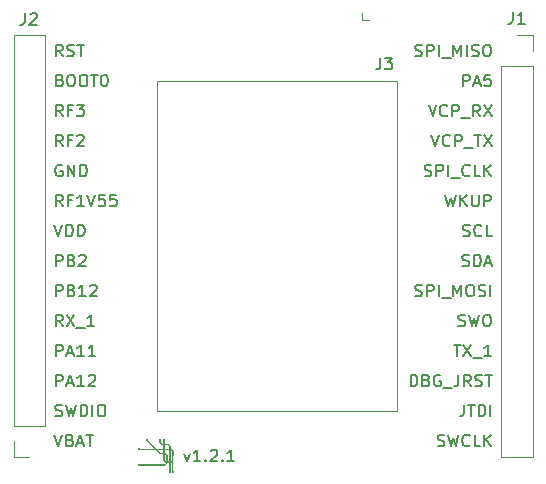
<source format=gbr>
G04 #@! TF.GenerationSoftware,KiCad,Pcbnew,(6.0.0-0)*
G04 #@! TF.CreationDate,2022-01-05T14:02:20-06:00*
G04 #@! TF.ProjectId,castellated_breakout,63617374-656c-46c6-9174-65645f627265,rev?*
G04 #@! TF.SameCoordinates,Original*
G04 #@! TF.FileFunction,Legend,Top*
G04 #@! TF.FilePolarity,Positive*
%FSLAX46Y46*%
G04 Gerber Fmt 4.6, Leading zero omitted, Abs format (unit mm)*
G04 Created by KiCad (PCBNEW (6.0.0-0)) date 2022-01-05 14:02:20*
%MOMM*%
%LPD*%
G01*
G04 APERTURE LIST*
%ADD10C,0.150000*%
%ADD11C,0.010000*%
%ADD12C,0.120000*%
G04 APERTURE END LIST*
D10*
X150892142Y-114085714D02*
X151130238Y-114752380D01*
X151368333Y-114085714D01*
X152273095Y-114752380D02*
X151701666Y-114752380D01*
X151987380Y-114752380D02*
X151987380Y-113752380D01*
X151892142Y-113895238D01*
X151796904Y-113990476D01*
X151701666Y-114038095D01*
X152701666Y-114657142D02*
X152749285Y-114704761D01*
X152701666Y-114752380D01*
X152654047Y-114704761D01*
X152701666Y-114657142D01*
X152701666Y-114752380D01*
X153130238Y-113847619D02*
X153177857Y-113800000D01*
X153273095Y-113752380D01*
X153511190Y-113752380D01*
X153606428Y-113800000D01*
X153654047Y-113847619D01*
X153701666Y-113942857D01*
X153701666Y-114038095D01*
X153654047Y-114180952D01*
X153082619Y-114752380D01*
X153701666Y-114752380D01*
X154130238Y-114657142D02*
X154177857Y-114704761D01*
X154130238Y-114752380D01*
X154082619Y-114704761D01*
X154130238Y-114657142D01*
X154130238Y-114752380D01*
X155130238Y-114752380D02*
X154558809Y-114752380D01*
X154844523Y-114752380D02*
X154844523Y-113752380D01*
X154749285Y-113895238D01*
X154654047Y-113990476D01*
X154558809Y-114038095D01*
X172353214Y-113434761D02*
X172496071Y-113482380D01*
X172734166Y-113482380D01*
X172829404Y-113434761D01*
X172877023Y-113387142D01*
X172924642Y-113291904D01*
X172924642Y-113196666D01*
X172877023Y-113101428D01*
X172829404Y-113053809D01*
X172734166Y-113006190D01*
X172543690Y-112958571D01*
X172448452Y-112910952D01*
X172400833Y-112863333D01*
X172353214Y-112768095D01*
X172353214Y-112672857D01*
X172400833Y-112577619D01*
X172448452Y-112530000D01*
X172543690Y-112482380D01*
X172781785Y-112482380D01*
X172924642Y-112530000D01*
X173257976Y-112482380D02*
X173496071Y-113482380D01*
X173686547Y-112768095D01*
X173877023Y-113482380D01*
X174115119Y-112482380D01*
X175067500Y-113387142D02*
X175019880Y-113434761D01*
X174877023Y-113482380D01*
X174781785Y-113482380D01*
X174638928Y-113434761D01*
X174543690Y-113339523D01*
X174496071Y-113244285D01*
X174448452Y-113053809D01*
X174448452Y-112910952D01*
X174496071Y-112720476D01*
X174543690Y-112625238D01*
X174638928Y-112530000D01*
X174781785Y-112482380D01*
X174877023Y-112482380D01*
X175019880Y-112530000D01*
X175067500Y-112577619D01*
X175972261Y-113482380D02*
X175496071Y-113482380D01*
X175496071Y-112482380D01*
X176305595Y-113482380D02*
X176305595Y-112482380D01*
X176877023Y-113482380D02*
X176448452Y-112910952D01*
X176877023Y-112482380D02*
X176305595Y-113053809D01*
X174591309Y-109942380D02*
X174591309Y-110656666D01*
X174543690Y-110799523D01*
X174448452Y-110894761D01*
X174305595Y-110942380D01*
X174210357Y-110942380D01*
X174924642Y-109942380D02*
X175496071Y-109942380D01*
X175210357Y-110942380D02*
X175210357Y-109942380D01*
X175829404Y-110942380D02*
X175829404Y-109942380D01*
X176067500Y-109942380D01*
X176210357Y-109990000D01*
X176305595Y-110085238D01*
X176353214Y-110180476D01*
X176400833Y-110370952D01*
X176400833Y-110513809D01*
X176353214Y-110704285D01*
X176305595Y-110799523D01*
X176210357Y-110894761D01*
X176067500Y-110942380D01*
X175829404Y-110942380D01*
X176829404Y-110942380D02*
X176829404Y-109942380D01*
X170067500Y-108402380D02*
X170067500Y-107402380D01*
X170305595Y-107402380D01*
X170448452Y-107450000D01*
X170543690Y-107545238D01*
X170591309Y-107640476D01*
X170638928Y-107830952D01*
X170638928Y-107973809D01*
X170591309Y-108164285D01*
X170543690Y-108259523D01*
X170448452Y-108354761D01*
X170305595Y-108402380D01*
X170067500Y-108402380D01*
X171400833Y-107878571D02*
X171543690Y-107926190D01*
X171591309Y-107973809D01*
X171638928Y-108069047D01*
X171638928Y-108211904D01*
X171591309Y-108307142D01*
X171543690Y-108354761D01*
X171448452Y-108402380D01*
X171067500Y-108402380D01*
X171067500Y-107402380D01*
X171400833Y-107402380D01*
X171496071Y-107450000D01*
X171543690Y-107497619D01*
X171591309Y-107592857D01*
X171591309Y-107688095D01*
X171543690Y-107783333D01*
X171496071Y-107830952D01*
X171400833Y-107878571D01*
X171067500Y-107878571D01*
X172591309Y-107450000D02*
X172496071Y-107402380D01*
X172353214Y-107402380D01*
X172210357Y-107450000D01*
X172115119Y-107545238D01*
X172067500Y-107640476D01*
X172019880Y-107830952D01*
X172019880Y-107973809D01*
X172067500Y-108164285D01*
X172115119Y-108259523D01*
X172210357Y-108354761D01*
X172353214Y-108402380D01*
X172448452Y-108402380D01*
X172591309Y-108354761D01*
X172638928Y-108307142D01*
X172638928Y-107973809D01*
X172448452Y-107973809D01*
X172829404Y-108497619D02*
X173591309Y-108497619D01*
X174115119Y-107402380D02*
X174115119Y-108116666D01*
X174067500Y-108259523D01*
X173972261Y-108354761D01*
X173829404Y-108402380D01*
X173734166Y-108402380D01*
X175162738Y-108402380D02*
X174829404Y-107926190D01*
X174591309Y-108402380D02*
X174591309Y-107402380D01*
X174972261Y-107402380D01*
X175067500Y-107450000D01*
X175115119Y-107497619D01*
X175162738Y-107592857D01*
X175162738Y-107735714D01*
X175115119Y-107830952D01*
X175067500Y-107878571D01*
X174972261Y-107926190D01*
X174591309Y-107926190D01*
X175543690Y-108354761D02*
X175686547Y-108402380D01*
X175924642Y-108402380D01*
X176019880Y-108354761D01*
X176067500Y-108307142D01*
X176115119Y-108211904D01*
X176115119Y-108116666D01*
X176067500Y-108021428D01*
X176019880Y-107973809D01*
X175924642Y-107926190D01*
X175734166Y-107878571D01*
X175638928Y-107830952D01*
X175591309Y-107783333D01*
X175543690Y-107688095D01*
X175543690Y-107592857D01*
X175591309Y-107497619D01*
X175638928Y-107450000D01*
X175734166Y-107402380D01*
X175972261Y-107402380D01*
X176115119Y-107450000D01*
X176400833Y-107402380D02*
X176972261Y-107402380D01*
X176686547Y-108402380D02*
X176686547Y-107402380D01*
X173734166Y-104862380D02*
X174305595Y-104862380D01*
X174019880Y-105862380D02*
X174019880Y-104862380D01*
X174543690Y-104862380D02*
X175210357Y-105862380D01*
X175210357Y-104862380D02*
X174543690Y-105862380D01*
X175353214Y-105957619D02*
X176115119Y-105957619D01*
X176877023Y-105862380D02*
X176305595Y-105862380D01*
X176591309Y-105862380D02*
X176591309Y-104862380D01*
X176496071Y-105005238D01*
X176400833Y-105100476D01*
X176305595Y-105148095D01*
X174115119Y-103274761D02*
X174257976Y-103322380D01*
X174496071Y-103322380D01*
X174591309Y-103274761D01*
X174638928Y-103227142D01*
X174686547Y-103131904D01*
X174686547Y-103036666D01*
X174638928Y-102941428D01*
X174591309Y-102893809D01*
X174496071Y-102846190D01*
X174305595Y-102798571D01*
X174210357Y-102750952D01*
X174162738Y-102703333D01*
X174115119Y-102608095D01*
X174115119Y-102512857D01*
X174162738Y-102417619D01*
X174210357Y-102370000D01*
X174305595Y-102322380D01*
X174543690Y-102322380D01*
X174686547Y-102370000D01*
X175019880Y-102322380D02*
X175257976Y-103322380D01*
X175448452Y-102608095D01*
X175638928Y-103322380D01*
X175877023Y-102322380D01*
X176448452Y-102322380D02*
X176638928Y-102322380D01*
X176734166Y-102370000D01*
X176829404Y-102465238D01*
X176877023Y-102655714D01*
X176877023Y-102989047D01*
X176829404Y-103179523D01*
X176734166Y-103274761D01*
X176638928Y-103322380D01*
X176448452Y-103322380D01*
X176353214Y-103274761D01*
X176257976Y-103179523D01*
X176210357Y-102989047D01*
X176210357Y-102655714D01*
X176257976Y-102465238D01*
X176353214Y-102370000D01*
X176448452Y-102322380D01*
X170448452Y-100734761D02*
X170591309Y-100782380D01*
X170829404Y-100782380D01*
X170924642Y-100734761D01*
X170972261Y-100687142D01*
X171019880Y-100591904D01*
X171019880Y-100496666D01*
X170972261Y-100401428D01*
X170924642Y-100353809D01*
X170829404Y-100306190D01*
X170638928Y-100258571D01*
X170543690Y-100210952D01*
X170496071Y-100163333D01*
X170448452Y-100068095D01*
X170448452Y-99972857D01*
X170496071Y-99877619D01*
X170543690Y-99830000D01*
X170638928Y-99782380D01*
X170877023Y-99782380D01*
X171019880Y-99830000D01*
X171448452Y-100782380D02*
X171448452Y-99782380D01*
X171829404Y-99782380D01*
X171924642Y-99830000D01*
X171972261Y-99877619D01*
X172019880Y-99972857D01*
X172019880Y-100115714D01*
X171972261Y-100210952D01*
X171924642Y-100258571D01*
X171829404Y-100306190D01*
X171448452Y-100306190D01*
X172448452Y-100782380D02*
X172448452Y-99782380D01*
X172686547Y-100877619D02*
X173448452Y-100877619D01*
X173686547Y-100782380D02*
X173686547Y-99782380D01*
X174019880Y-100496666D01*
X174353214Y-99782380D01*
X174353214Y-100782380D01*
X175019880Y-99782380D02*
X175210357Y-99782380D01*
X175305595Y-99830000D01*
X175400833Y-99925238D01*
X175448452Y-100115714D01*
X175448452Y-100449047D01*
X175400833Y-100639523D01*
X175305595Y-100734761D01*
X175210357Y-100782380D01*
X175019880Y-100782380D01*
X174924642Y-100734761D01*
X174829404Y-100639523D01*
X174781785Y-100449047D01*
X174781785Y-100115714D01*
X174829404Y-99925238D01*
X174924642Y-99830000D01*
X175019880Y-99782380D01*
X175829404Y-100734761D02*
X175972261Y-100782380D01*
X176210357Y-100782380D01*
X176305595Y-100734761D01*
X176353214Y-100687142D01*
X176400833Y-100591904D01*
X176400833Y-100496666D01*
X176353214Y-100401428D01*
X176305595Y-100353809D01*
X176210357Y-100306190D01*
X176019880Y-100258571D01*
X175924642Y-100210952D01*
X175877023Y-100163333D01*
X175829404Y-100068095D01*
X175829404Y-99972857D01*
X175877023Y-99877619D01*
X175924642Y-99830000D01*
X176019880Y-99782380D01*
X176257976Y-99782380D01*
X176400833Y-99830000D01*
X176829404Y-100782380D02*
X176829404Y-99782380D01*
X174448452Y-98194761D02*
X174591309Y-98242380D01*
X174829404Y-98242380D01*
X174924642Y-98194761D01*
X174972261Y-98147142D01*
X175019880Y-98051904D01*
X175019880Y-97956666D01*
X174972261Y-97861428D01*
X174924642Y-97813809D01*
X174829404Y-97766190D01*
X174638928Y-97718571D01*
X174543690Y-97670952D01*
X174496071Y-97623333D01*
X174448452Y-97528095D01*
X174448452Y-97432857D01*
X174496071Y-97337619D01*
X174543690Y-97290000D01*
X174638928Y-97242380D01*
X174877023Y-97242380D01*
X175019880Y-97290000D01*
X175448452Y-98242380D02*
X175448452Y-97242380D01*
X175686547Y-97242380D01*
X175829404Y-97290000D01*
X175924642Y-97385238D01*
X175972261Y-97480476D01*
X176019880Y-97670952D01*
X176019880Y-97813809D01*
X175972261Y-98004285D01*
X175924642Y-98099523D01*
X175829404Y-98194761D01*
X175686547Y-98242380D01*
X175448452Y-98242380D01*
X176400833Y-97956666D02*
X176877023Y-97956666D01*
X176305595Y-98242380D02*
X176638928Y-97242380D01*
X176972261Y-98242380D01*
X174496071Y-95654761D02*
X174638928Y-95702380D01*
X174877023Y-95702380D01*
X174972261Y-95654761D01*
X175019880Y-95607142D01*
X175067500Y-95511904D01*
X175067500Y-95416666D01*
X175019880Y-95321428D01*
X174972261Y-95273809D01*
X174877023Y-95226190D01*
X174686547Y-95178571D01*
X174591309Y-95130952D01*
X174543690Y-95083333D01*
X174496071Y-94988095D01*
X174496071Y-94892857D01*
X174543690Y-94797619D01*
X174591309Y-94750000D01*
X174686547Y-94702380D01*
X174924642Y-94702380D01*
X175067500Y-94750000D01*
X176067500Y-95607142D02*
X176019880Y-95654761D01*
X175877023Y-95702380D01*
X175781785Y-95702380D01*
X175638928Y-95654761D01*
X175543690Y-95559523D01*
X175496071Y-95464285D01*
X175448452Y-95273809D01*
X175448452Y-95130952D01*
X175496071Y-94940476D01*
X175543690Y-94845238D01*
X175638928Y-94750000D01*
X175781785Y-94702380D01*
X175877023Y-94702380D01*
X176019880Y-94750000D01*
X176067500Y-94797619D01*
X176972261Y-95702380D02*
X176496071Y-95702380D01*
X176496071Y-94702380D01*
X173019880Y-92162380D02*
X173257976Y-93162380D01*
X173448452Y-92448095D01*
X173638928Y-93162380D01*
X173877023Y-92162380D01*
X174257976Y-93162380D02*
X174257976Y-92162380D01*
X174829404Y-93162380D02*
X174400833Y-92590952D01*
X174829404Y-92162380D02*
X174257976Y-92733809D01*
X175257976Y-92162380D02*
X175257976Y-92971904D01*
X175305595Y-93067142D01*
X175353214Y-93114761D01*
X175448452Y-93162380D01*
X175638928Y-93162380D01*
X175734166Y-93114761D01*
X175781785Y-93067142D01*
X175829404Y-92971904D01*
X175829404Y-92162380D01*
X176305595Y-93162380D02*
X176305595Y-92162380D01*
X176686547Y-92162380D01*
X176781785Y-92210000D01*
X176829404Y-92257619D01*
X176877023Y-92352857D01*
X176877023Y-92495714D01*
X176829404Y-92590952D01*
X176781785Y-92638571D01*
X176686547Y-92686190D01*
X176305595Y-92686190D01*
X171257976Y-90574761D02*
X171400833Y-90622380D01*
X171638928Y-90622380D01*
X171734166Y-90574761D01*
X171781785Y-90527142D01*
X171829404Y-90431904D01*
X171829404Y-90336666D01*
X171781785Y-90241428D01*
X171734166Y-90193809D01*
X171638928Y-90146190D01*
X171448452Y-90098571D01*
X171353214Y-90050952D01*
X171305595Y-90003333D01*
X171257976Y-89908095D01*
X171257976Y-89812857D01*
X171305595Y-89717619D01*
X171353214Y-89670000D01*
X171448452Y-89622380D01*
X171686547Y-89622380D01*
X171829404Y-89670000D01*
X172257976Y-90622380D02*
X172257976Y-89622380D01*
X172638928Y-89622380D01*
X172734166Y-89670000D01*
X172781785Y-89717619D01*
X172829404Y-89812857D01*
X172829404Y-89955714D01*
X172781785Y-90050952D01*
X172734166Y-90098571D01*
X172638928Y-90146190D01*
X172257976Y-90146190D01*
X173257976Y-90622380D02*
X173257976Y-89622380D01*
X173496071Y-90717619D02*
X174257976Y-90717619D01*
X175067500Y-90527142D02*
X175019880Y-90574761D01*
X174877023Y-90622380D01*
X174781785Y-90622380D01*
X174638928Y-90574761D01*
X174543690Y-90479523D01*
X174496071Y-90384285D01*
X174448452Y-90193809D01*
X174448452Y-90050952D01*
X174496071Y-89860476D01*
X174543690Y-89765238D01*
X174638928Y-89670000D01*
X174781785Y-89622380D01*
X174877023Y-89622380D01*
X175019880Y-89670000D01*
X175067500Y-89717619D01*
X175972261Y-90622380D02*
X175496071Y-90622380D01*
X175496071Y-89622380D01*
X176305595Y-90622380D02*
X176305595Y-89622380D01*
X176877023Y-90622380D02*
X176448452Y-90050952D01*
X176877023Y-89622380D02*
X176305595Y-90193809D01*
X171829404Y-87082380D02*
X172162738Y-88082380D01*
X172496071Y-87082380D01*
X173400833Y-87987142D02*
X173353214Y-88034761D01*
X173210357Y-88082380D01*
X173115119Y-88082380D01*
X172972261Y-88034761D01*
X172877023Y-87939523D01*
X172829404Y-87844285D01*
X172781785Y-87653809D01*
X172781785Y-87510952D01*
X172829404Y-87320476D01*
X172877023Y-87225238D01*
X172972261Y-87130000D01*
X173115119Y-87082380D01*
X173210357Y-87082380D01*
X173353214Y-87130000D01*
X173400833Y-87177619D01*
X173829404Y-88082380D02*
X173829404Y-87082380D01*
X174210357Y-87082380D01*
X174305595Y-87130000D01*
X174353214Y-87177619D01*
X174400833Y-87272857D01*
X174400833Y-87415714D01*
X174353214Y-87510952D01*
X174305595Y-87558571D01*
X174210357Y-87606190D01*
X173829404Y-87606190D01*
X174591309Y-88177619D02*
X175353214Y-88177619D01*
X175448452Y-87082380D02*
X176019880Y-87082380D01*
X175734166Y-88082380D02*
X175734166Y-87082380D01*
X176257976Y-87082380D02*
X176924642Y-88082380D01*
X176924642Y-87082380D02*
X176257976Y-88082380D01*
X171591309Y-84542380D02*
X171924642Y-85542380D01*
X172257976Y-84542380D01*
X173162738Y-85447142D02*
X173115119Y-85494761D01*
X172972261Y-85542380D01*
X172877023Y-85542380D01*
X172734166Y-85494761D01*
X172638928Y-85399523D01*
X172591309Y-85304285D01*
X172543690Y-85113809D01*
X172543690Y-84970952D01*
X172591309Y-84780476D01*
X172638928Y-84685238D01*
X172734166Y-84590000D01*
X172877023Y-84542380D01*
X172972261Y-84542380D01*
X173115119Y-84590000D01*
X173162738Y-84637619D01*
X173591309Y-85542380D02*
X173591309Y-84542380D01*
X173972261Y-84542380D01*
X174067500Y-84590000D01*
X174115119Y-84637619D01*
X174162738Y-84732857D01*
X174162738Y-84875714D01*
X174115119Y-84970952D01*
X174067500Y-85018571D01*
X173972261Y-85066190D01*
X173591309Y-85066190D01*
X174353214Y-85637619D02*
X175115119Y-85637619D01*
X175924642Y-85542380D02*
X175591309Y-85066190D01*
X175353214Y-85542380D02*
X175353214Y-84542380D01*
X175734166Y-84542380D01*
X175829404Y-84590000D01*
X175877023Y-84637619D01*
X175924642Y-84732857D01*
X175924642Y-84875714D01*
X175877023Y-84970952D01*
X175829404Y-85018571D01*
X175734166Y-85066190D01*
X175353214Y-85066190D01*
X176257976Y-84542380D02*
X176924642Y-85542380D01*
X176924642Y-84542380D02*
X176257976Y-85542380D01*
X174496071Y-83002380D02*
X174496071Y-82002380D01*
X174877023Y-82002380D01*
X174972261Y-82050000D01*
X175019880Y-82097619D01*
X175067500Y-82192857D01*
X175067500Y-82335714D01*
X175019880Y-82430952D01*
X174972261Y-82478571D01*
X174877023Y-82526190D01*
X174496071Y-82526190D01*
X175448452Y-82716666D02*
X175924642Y-82716666D01*
X175353214Y-83002380D02*
X175686547Y-82002380D01*
X176019880Y-83002380D01*
X176829404Y-82002380D02*
X176353214Y-82002380D01*
X176305595Y-82478571D01*
X176353214Y-82430952D01*
X176448452Y-82383333D01*
X176686547Y-82383333D01*
X176781785Y-82430952D01*
X176829404Y-82478571D01*
X176877023Y-82573809D01*
X176877023Y-82811904D01*
X176829404Y-82907142D01*
X176781785Y-82954761D01*
X176686547Y-83002380D01*
X176448452Y-83002380D01*
X176353214Y-82954761D01*
X176305595Y-82907142D01*
X170448452Y-80414761D02*
X170591309Y-80462380D01*
X170829404Y-80462380D01*
X170924642Y-80414761D01*
X170972261Y-80367142D01*
X171019880Y-80271904D01*
X171019880Y-80176666D01*
X170972261Y-80081428D01*
X170924642Y-80033809D01*
X170829404Y-79986190D01*
X170638928Y-79938571D01*
X170543690Y-79890952D01*
X170496071Y-79843333D01*
X170448452Y-79748095D01*
X170448452Y-79652857D01*
X170496071Y-79557619D01*
X170543690Y-79510000D01*
X170638928Y-79462380D01*
X170877023Y-79462380D01*
X171019880Y-79510000D01*
X171448452Y-80462380D02*
X171448452Y-79462380D01*
X171829404Y-79462380D01*
X171924642Y-79510000D01*
X171972261Y-79557619D01*
X172019880Y-79652857D01*
X172019880Y-79795714D01*
X171972261Y-79890952D01*
X171924642Y-79938571D01*
X171829404Y-79986190D01*
X171448452Y-79986190D01*
X172448452Y-80462380D02*
X172448452Y-79462380D01*
X172686547Y-80557619D02*
X173448452Y-80557619D01*
X173686547Y-80462380D02*
X173686547Y-79462380D01*
X174019880Y-80176666D01*
X174353214Y-79462380D01*
X174353214Y-80462380D01*
X174829404Y-80462380D02*
X174829404Y-79462380D01*
X175257976Y-80414761D02*
X175400833Y-80462380D01*
X175638928Y-80462380D01*
X175734166Y-80414761D01*
X175781785Y-80367142D01*
X175829404Y-80271904D01*
X175829404Y-80176666D01*
X175781785Y-80081428D01*
X175734166Y-80033809D01*
X175638928Y-79986190D01*
X175448452Y-79938571D01*
X175353214Y-79890952D01*
X175305595Y-79843333D01*
X175257976Y-79748095D01*
X175257976Y-79652857D01*
X175305595Y-79557619D01*
X175353214Y-79510000D01*
X175448452Y-79462380D01*
X175686547Y-79462380D01*
X175829404Y-79510000D01*
X176448452Y-79462380D02*
X176638928Y-79462380D01*
X176734166Y-79510000D01*
X176829404Y-79605238D01*
X176877023Y-79795714D01*
X176877023Y-80129047D01*
X176829404Y-80319523D01*
X176734166Y-80414761D01*
X176638928Y-80462380D01*
X176448452Y-80462380D01*
X176353214Y-80414761D01*
X176257976Y-80319523D01*
X176210357Y-80129047D01*
X176210357Y-79795714D01*
X176257976Y-79605238D01*
X176353214Y-79510000D01*
X176448452Y-79462380D01*
X139892738Y-112482380D02*
X140226071Y-113482380D01*
X140559404Y-112482380D01*
X141226071Y-112958571D02*
X141368928Y-113006190D01*
X141416547Y-113053809D01*
X141464166Y-113149047D01*
X141464166Y-113291904D01*
X141416547Y-113387142D01*
X141368928Y-113434761D01*
X141273690Y-113482380D01*
X140892738Y-113482380D01*
X140892738Y-112482380D01*
X141226071Y-112482380D01*
X141321309Y-112530000D01*
X141368928Y-112577619D01*
X141416547Y-112672857D01*
X141416547Y-112768095D01*
X141368928Y-112863333D01*
X141321309Y-112910952D01*
X141226071Y-112958571D01*
X140892738Y-112958571D01*
X141845119Y-113196666D02*
X142321309Y-113196666D01*
X141749880Y-113482380D02*
X142083214Y-112482380D01*
X142416547Y-113482380D01*
X142607023Y-112482380D02*
X143178452Y-112482380D01*
X142892738Y-113482380D02*
X142892738Y-112482380D01*
X139987976Y-110894761D02*
X140130833Y-110942380D01*
X140368928Y-110942380D01*
X140464166Y-110894761D01*
X140511785Y-110847142D01*
X140559404Y-110751904D01*
X140559404Y-110656666D01*
X140511785Y-110561428D01*
X140464166Y-110513809D01*
X140368928Y-110466190D01*
X140178452Y-110418571D01*
X140083214Y-110370952D01*
X140035595Y-110323333D01*
X139987976Y-110228095D01*
X139987976Y-110132857D01*
X140035595Y-110037619D01*
X140083214Y-109990000D01*
X140178452Y-109942380D01*
X140416547Y-109942380D01*
X140559404Y-109990000D01*
X140892738Y-109942380D02*
X141130833Y-110942380D01*
X141321309Y-110228095D01*
X141511785Y-110942380D01*
X141749880Y-109942380D01*
X142130833Y-110942380D02*
X142130833Y-109942380D01*
X142368928Y-109942380D01*
X142511785Y-109990000D01*
X142607023Y-110085238D01*
X142654642Y-110180476D01*
X142702261Y-110370952D01*
X142702261Y-110513809D01*
X142654642Y-110704285D01*
X142607023Y-110799523D01*
X142511785Y-110894761D01*
X142368928Y-110942380D01*
X142130833Y-110942380D01*
X143130833Y-110942380D02*
X143130833Y-109942380D01*
X143797500Y-109942380D02*
X143987976Y-109942380D01*
X144083214Y-109990000D01*
X144178452Y-110085238D01*
X144226071Y-110275714D01*
X144226071Y-110609047D01*
X144178452Y-110799523D01*
X144083214Y-110894761D01*
X143987976Y-110942380D01*
X143797500Y-110942380D01*
X143702261Y-110894761D01*
X143607023Y-110799523D01*
X143559404Y-110609047D01*
X143559404Y-110275714D01*
X143607023Y-110085238D01*
X143702261Y-109990000D01*
X143797500Y-109942380D01*
X140035595Y-108402380D02*
X140035595Y-107402380D01*
X140416547Y-107402380D01*
X140511785Y-107450000D01*
X140559404Y-107497619D01*
X140607023Y-107592857D01*
X140607023Y-107735714D01*
X140559404Y-107830952D01*
X140511785Y-107878571D01*
X140416547Y-107926190D01*
X140035595Y-107926190D01*
X140987976Y-108116666D02*
X141464166Y-108116666D01*
X140892738Y-108402380D02*
X141226071Y-107402380D01*
X141559404Y-108402380D01*
X142416547Y-108402380D02*
X141845119Y-108402380D01*
X142130833Y-108402380D02*
X142130833Y-107402380D01*
X142035595Y-107545238D01*
X141940357Y-107640476D01*
X141845119Y-107688095D01*
X142797500Y-107497619D02*
X142845119Y-107450000D01*
X142940357Y-107402380D01*
X143178452Y-107402380D01*
X143273690Y-107450000D01*
X143321309Y-107497619D01*
X143368928Y-107592857D01*
X143368928Y-107688095D01*
X143321309Y-107830952D01*
X142749880Y-108402380D01*
X143368928Y-108402380D01*
X140035595Y-105862380D02*
X140035595Y-104862380D01*
X140416547Y-104862380D01*
X140511785Y-104910000D01*
X140559404Y-104957619D01*
X140607023Y-105052857D01*
X140607023Y-105195714D01*
X140559404Y-105290952D01*
X140511785Y-105338571D01*
X140416547Y-105386190D01*
X140035595Y-105386190D01*
X140987976Y-105576666D02*
X141464166Y-105576666D01*
X140892738Y-105862380D02*
X141226071Y-104862380D01*
X141559404Y-105862380D01*
X142416547Y-105862380D02*
X141845119Y-105862380D01*
X142130833Y-105862380D02*
X142130833Y-104862380D01*
X142035595Y-105005238D01*
X141940357Y-105100476D01*
X141845119Y-105148095D01*
X143368928Y-105862380D02*
X142797500Y-105862380D01*
X143083214Y-105862380D02*
X143083214Y-104862380D01*
X142987976Y-105005238D01*
X142892738Y-105100476D01*
X142797500Y-105148095D01*
X140607023Y-103322380D02*
X140273690Y-102846190D01*
X140035595Y-103322380D02*
X140035595Y-102322380D01*
X140416547Y-102322380D01*
X140511785Y-102370000D01*
X140559404Y-102417619D01*
X140607023Y-102512857D01*
X140607023Y-102655714D01*
X140559404Y-102750952D01*
X140511785Y-102798571D01*
X140416547Y-102846190D01*
X140035595Y-102846190D01*
X140940357Y-102322380D02*
X141607023Y-103322380D01*
X141607023Y-102322380D02*
X140940357Y-103322380D01*
X141749880Y-103417619D02*
X142511785Y-103417619D01*
X143273690Y-103322380D02*
X142702261Y-103322380D01*
X142987976Y-103322380D02*
X142987976Y-102322380D01*
X142892738Y-102465238D01*
X142797500Y-102560476D01*
X142702261Y-102608095D01*
X140035595Y-100782380D02*
X140035595Y-99782380D01*
X140416547Y-99782380D01*
X140511785Y-99830000D01*
X140559404Y-99877619D01*
X140607023Y-99972857D01*
X140607023Y-100115714D01*
X140559404Y-100210952D01*
X140511785Y-100258571D01*
X140416547Y-100306190D01*
X140035595Y-100306190D01*
X141368928Y-100258571D02*
X141511785Y-100306190D01*
X141559404Y-100353809D01*
X141607023Y-100449047D01*
X141607023Y-100591904D01*
X141559404Y-100687142D01*
X141511785Y-100734761D01*
X141416547Y-100782380D01*
X141035595Y-100782380D01*
X141035595Y-99782380D01*
X141368928Y-99782380D01*
X141464166Y-99830000D01*
X141511785Y-99877619D01*
X141559404Y-99972857D01*
X141559404Y-100068095D01*
X141511785Y-100163333D01*
X141464166Y-100210952D01*
X141368928Y-100258571D01*
X141035595Y-100258571D01*
X142559404Y-100782380D02*
X141987976Y-100782380D01*
X142273690Y-100782380D02*
X142273690Y-99782380D01*
X142178452Y-99925238D01*
X142083214Y-100020476D01*
X141987976Y-100068095D01*
X142940357Y-99877619D02*
X142987976Y-99830000D01*
X143083214Y-99782380D01*
X143321309Y-99782380D01*
X143416547Y-99830000D01*
X143464166Y-99877619D01*
X143511785Y-99972857D01*
X143511785Y-100068095D01*
X143464166Y-100210952D01*
X142892738Y-100782380D01*
X143511785Y-100782380D01*
X140035595Y-98242380D02*
X140035595Y-97242380D01*
X140416547Y-97242380D01*
X140511785Y-97290000D01*
X140559404Y-97337619D01*
X140607023Y-97432857D01*
X140607023Y-97575714D01*
X140559404Y-97670952D01*
X140511785Y-97718571D01*
X140416547Y-97766190D01*
X140035595Y-97766190D01*
X141368928Y-97718571D02*
X141511785Y-97766190D01*
X141559404Y-97813809D01*
X141607023Y-97909047D01*
X141607023Y-98051904D01*
X141559404Y-98147142D01*
X141511785Y-98194761D01*
X141416547Y-98242380D01*
X141035595Y-98242380D01*
X141035595Y-97242380D01*
X141368928Y-97242380D01*
X141464166Y-97290000D01*
X141511785Y-97337619D01*
X141559404Y-97432857D01*
X141559404Y-97528095D01*
X141511785Y-97623333D01*
X141464166Y-97670952D01*
X141368928Y-97718571D01*
X141035595Y-97718571D01*
X141987976Y-97337619D02*
X142035595Y-97290000D01*
X142130833Y-97242380D01*
X142368928Y-97242380D01*
X142464166Y-97290000D01*
X142511785Y-97337619D01*
X142559404Y-97432857D01*
X142559404Y-97528095D01*
X142511785Y-97670952D01*
X141940357Y-98242380D01*
X142559404Y-98242380D01*
X139892738Y-94702380D02*
X140226071Y-95702380D01*
X140559404Y-94702380D01*
X140892738Y-95702380D02*
X140892738Y-94702380D01*
X141130833Y-94702380D01*
X141273690Y-94750000D01*
X141368928Y-94845238D01*
X141416547Y-94940476D01*
X141464166Y-95130952D01*
X141464166Y-95273809D01*
X141416547Y-95464285D01*
X141368928Y-95559523D01*
X141273690Y-95654761D01*
X141130833Y-95702380D01*
X140892738Y-95702380D01*
X141892738Y-95702380D02*
X141892738Y-94702380D01*
X142130833Y-94702380D01*
X142273690Y-94750000D01*
X142368928Y-94845238D01*
X142416547Y-94940476D01*
X142464166Y-95130952D01*
X142464166Y-95273809D01*
X142416547Y-95464285D01*
X142368928Y-95559523D01*
X142273690Y-95654761D01*
X142130833Y-95702380D01*
X141892738Y-95702380D01*
X140607023Y-93162380D02*
X140273690Y-92686190D01*
X140035595Y-93162380D02*
X140035595Y-92162380D01*
X140416547Y-92162380D01*
X140511785Y-92210000D01*
X140559404Y-92257619D01*
X140607023Y-92352857D01*
X140607023Y-92495714D01*
X140559404Y-92590952D01*
X140511785Y-92638571D01*
X140416547Y-92686190D01*
X140035595Y-92686190D01*
X141368928Y-92638571D02*
X141035595Y-92638571D01*
X141035595Y-93162380D02*
X141035595Y-92162380D01*
X141511785Y-92162380D01*
X142416547Y-93162380D02*
X141845119Y-93162380D01*
X142130833Y-93162380D02*
X142130833Y-92162380D01*
X142035595Y-92305238D01*
X141940357Y-92400476D01*
X141845119Y-92448095D01*
X142702261Y-92162380D02*
X143035595Y-93162380D01*
X143368928Y-92162380D01*
X144178452Y-92162380D02*
X143702261Y-92162380D01*
X143654642Y-92638571D01*
X143702261Y-92590952D01*
X143797500Y-92543333D01*
X144035595Y-92543333D01*
X144130833Y-92590952D01*
X144178452Y-92638571D01*
X144226071Y-92733809D01*
X144226071Y-92971904D01*
X144178452Y-93067142D01*
X144130833Y-93114761D01*
X144035595Y-93162380D01*
X143797500Y-93162380D01*
X143702261Y-93114761D01*
X143654642Y-93067142D01*
X145130833Y-92162380D02*
X144654642Y-92162380D01*
X144607023Y-92638571D01*
X144654642Y-92590952D01*
X144749880Y-92543333D01*
X144987976Y-92543333D01*
X145083214Y-92590952D01*
X145130833Y-92638571D01*
X145178452Y-92733809D01*
X145178452Y-92971904D01*
X145130833Y-93067142D01*
X145083214Y-93114761D01*
X144987976Y-93162380D01*
X144749880Y-93162380D01*
X144654642Y-93114761D01*
X144607023Y-93067142D01*
X140559404Y-89670000D02*
X140464166Y-89622380D01*
X140321309Y-89622380D01*
X140178452Y-89670000D01*
X140083214Y-89765238D01*
X140035595Y-89860476D01*
X139987976Y-90050952D01*
X139987976Y-90193809D01*
X140035595Y-90384285D01*
X140083214Y-90479523D01*
X140178452Y-90574761D01*
X140321309Y-90622380D01*
X140416547Y-90622380D01*
X140559404Y-90574761D01*
X140607023Y-90527142D01*
X140607023Y-90193809D01*
X140416547Y-90193809D01*
X141035595Y-90622380D02*
X141035595Y-89622380D01*
X141607023Y-90622380D01*
X141607023Y-89622380D01*
X142083214Y-90622380D02*
X142083214Y-89622380D01*
X142321309Y-89622380D01*
X142464166Y-89670000D01*
X142559404Y-89765238D01*
X142607023Y-89860476D01*
X142654642Y-90050952D01*
X142654642Y-90193809D01*
X142607023Y-90384285D01*
X142559404Y-90479523D01*
X142464166Y-90574761D01*
X142321309Y-90622380D01*
X142083214Y-90622380D01*
X140607023Y-88082380D02*
X140273690Y-87606190D01*
X140035595Y-88082380D02*
X140035595Y-87082380D01*
X140416547Y-87082380D01*
X140511785Y-87130000D01*
X140559404Y-87177619D01*
X140607023Y-87272857D01*
X140607023Y-87415714D01*
X140559404Y-87510952D01*
X140511785Y-87558571D01*
X140416547Y-87606190D01*
X140035595Y-87606190D01*
X141368928Y-87558571D02*
X141035595Y-87558571D01*
X141035595Y-88082380D02*
X141035595Y-87082380D01*
X141511785Y-87082380D01*
X141845119Y-87177619D02*
X141892738Y-87130000D01*
X141987976Y-87082380D01*
X142226071Y-87082380D01*
X142321309Y-87130000D01*
X142368928Y-87177619D01*
X142416547Y-87272857D01*
X142416547Y-87368095D01*
X142368928Y-87510952D01*
X141797500Y-88082380D01*
X142416547Y-88082380D01*
X140607023Y-85542380D02*
X140273690Y-85066190D01*
X140035595Y-85542380D02*
X140035595Y-84542380D01*
X140416547Y-84542380D01*
X140511785Y-84590000D01*
X140559404Y-84637619D01*
X140607023Y-84732857D01*
X140607023Y-84875714D01*
X140559404Y-84970952D01*
X140511785Y-85018571D01*
X140416547Y-85066190D01*
X140035595Y-85066190D01*
X141368928Y-85018571D02*
X141035595Y-85018571D01*
X141035595Y-85542380D02*
X141035595Y-84542380D01*
X141511785Y-84542380D01*
X141797500Y-84542380D02*
X142416547Y-84542380D01*
X142083214Y-84923333D01*
X142226071Y-84923333D01*
X142321309Y-84970952D01*
X142368928Y-85018571D01*
X142416547Y-85113809D01*
X142416547Y-85351904D01*
X142368928Y-85447142D01*
X142321309Y-85494761D01*
X142226071Y-85542380D01*
X141940357Y-85542380D01*
X141845119Y-85494761D01*
X141797500Y-85447142D01*
X140368928Y-82478571D02*
X140511785Y-82526190D01*
X140559404Y-82573809D01*
X140607023Y-82669047D01*
X140607023Y-82811904D01*
X140559404Y-82907142D01*
X140511785Y-82954761D01*
X140416547Y-83002380D01*
X140035595Y-83002380D01*
X140035595Y-82002380D01*
X140368928Y-82002380D01*
X140464166Y-82050000D01*
X140511785Y-82097619D01*
X140559404Y-82192857D01*
X140559404Y-82288095D01*
X140511785Y-82383333D01*
X140464166Y-82430952D01*
X140368928Y-82478571D01*
X140035595Y-82478571D01*
X141226071Y-82002380D02*
X141416547Y-82002380D01*
X141511785Y-82050000D01*
X141607023Y-82145238D01*
X141654642Y-82335714D01*
X141654642Y-82669047D01*
X141607023Y-82859523D01*
X141511785Y-82954761D01*
X141416547Y-83002380D01*
X141226071Y-83002380D01*
X141130833Y-82954761D01*
X141035595Y-82859523D01*
X140987976Y-82669047D01*
X140987976Y-82335714D01*
X141035595Y-82145238D01*
X141130833Y-82050000D01*
X141226071Y-82002380D01*
X142273690Y-82002380D02*
X142464166Y-82002380D01*
X142559404Y-82050000D01*
X142654642Y-82145238D01*
X142702261Y-82335714D01*
X142702261Y-82669047D01*
X142654642Y-82859523D01*
X142559404Y-82954761D01*
X142464166Y-83002380D01*
X142273690Y-83002380D01*
X142178452Y-82954761D01*
X142083214Y-82859523D01*
X142035595Y-82669047D01*
X142035595Y-82335714D01*
X142083214Y-82145238D01*
X142178452Y-82050000D01*
X142273690Y-82002380D01*
X142987976Y-82002380D02*
X143559404Y-82002380D01*
X143273690Y-83002380D02*
X143273690Y-82002380D01*
X144083214Y-82002380D02*
X144178452Y-82002380D01*
X144273690Y-82050000D01*
X144321309Y-82097619D01*
X144368928Y-82192857D01*
X144416547Y-82383333D01*
X144416547Y-82621428D01*
X144368928Y-82811904D01*
X144321309Y-82907142D01*
X144273690Y-82954761D01*
X144178452Y-83002380D01*
X144083214Y-83002380D01*
X143987976Y-82954761D01*
X143940357Y-82907142D01*
X143892738Y-82811904D01*
X143845119Y-82621428D01*
X143845119Y-82383333D01*
X143892738Y-82192857D01*
X143940357Y-82097619D01*
X143987976Y-82050000D01*
X144083214Y-82002380D01*
X140607023Y-80462380D02*
X140273690Y-79986190D01*
X140035595Y-80462380D02*
X140035595Y-79462380D01*
X140416547Y-79462380D01*
X140511785Y-79510000D01*
X140559404Y-79557619D01*
X140607023Y-79652857D01*
X140607023Y-79795714D01*
X140559404Y-79890952D01*
X140511785Y-79938571D01*
X140416547Y-79986190D01*
X140035595Y-79986190D01*
X140987976Y-80414761D02*
X141130833Y-80462380D01*
X141368928Y-80462380D01*
X141464166Y-80414761D01*
X141511785Y-80367142D01*
X141559404Y-80271904D01*
X141559404Y-80176666D01*
X141511785Y-80081428D01*
X141464166Y-80033809D01*
X141368928Y-79986190D01*
X141178452Y-79938571D01*
X141083214Y-79890952D01*
X141035595Y-79843333D01*
X140987976Y-79748095D01*
X140987976Y-79652857D01*
X141035595Y-79557619D01*
X141083214Y-79510000D01*
X141178452Y-79462380D01*
X141416547Y-79462380D01*
X141559404Y-79510000D01*
X141845119Y-79462380D02*
X142416547Y-79462380D01*
X142130833Y-80462380D02*
X142130833Y-79462380D01*
G04 #@! TO.C,J3*
X167506666Y-80567380D02*
X167506666Y-81281666D01*
X167459047Y-81424523D01*
X167363809Y-81519761D01*
X167220952Y-81567380D01*
X167125714Y-81567380D01*
X167887619Y-80567380D02*
X168506666Y-80567380D01*
X168173333Y-80948333D01*
X168316190Y-80948333D01*
X168411428Y-80995952D01*
X168459047Y-81043571D01*
X168506666Y-81138809D01*
X168506666Y-81376904D01*
X168459047Y-81472142D01*
X168411428Y-81519761D01*
X168316190Y-81567380D01*
X168030476Y-81567380D01*
X167935238Y-81519761D01*
X167887619Y-81472142D01*
G04 #@! TO.C,J2*
X137416666Y-76802380D02*
X137416666Y-77516666D01*
X137369047Y-77659523D01*
X137273809Y-77754761D01*
X137130952Y-77802380D01*
X137035714Y-77802380D01*
X137845238Y-76897619D02*
X137892857Y-76850000D01*
X137988095Y-76802380D01*
X138226190Y-76802380D01*
X138321428Y-76850000D01*
X138369047Y-76897619D01*
X138416666Y-76992857D01*
X138416666Y-77088095D01*
X138369047Y-77230952D01*
X137797619Y-77802380D01*
X138416666Y-77802380D01*
G04 #@! TO.C,J1*
X178736666Y-76692380D02*
X178736666Y-77406666D01*
X178689047Y-77549523D01*
X178593809Y-77644761D01*
X178450952Y-77692380D01*
X178355714Y-77692380D01*
X179736666Y-77692380D02*
X179165238Y-77692380D01*
X179450952Y-77692380D02*
X179450952Y-76692380D01*
X179355714Y-76835238D01*
X179260476Y-76930476D01*
X179165238Y-76978095D01*
D11*
G04 #@! TO.C,G\u002A\u002A\u002A*
X147719834Y-112863915D02*
X147742923Y-112892443D01*
X147742923Y-112892443D02*
X147750400Y-112924845D01*
X147750400Y-112924845D02*
X147753985Y-112936827D01*
X147753985Y-112936827D02*
X147765677Y-112955332D01*
X147765677Y-112955332D02*
X147786879Y-112981875D01*
X147786879Y-112981875D02*
X147818995Y-113017969D01*
X147818995Y-113017969D02*
X147863427Y-113065130D01*
X147863427Y-113065130D02*
X147921580Y-113124872D01*
X147921580Y-113124872D02*
X147994857Y-113198709D01*
X147994857Y-113198709D02*
X148084661Y-113288155D01*
X148084661Y-113288155D02*
X148114407Y-113317638D01*
X148114407Y-113317638D02*
X148478415Y-113678100D01*
X148478415Y-113678100D02*
X149122000Y-113678100D01*
X149122000Y-113678100D02*
X149122000Y-113284400D01*
X149122000Y-113284400D02*
X149147400Y-113284400D01*
X149147400Y-113284400D02*
X149147400Y-113678660D01*
X149147400Y-113678660D02*
X149384246Y-113675205D01*
X149384246Y-113675205D02*
X149621093Y-113671750D01*
X149621093Y-113671750D02*
X149615927Y-113443150D01*
X149615927Y-113443150D02*
X149459283Y-113284400D01*
X149459283Y-113284400D02*
X149147400Y-113284400D01*
X149147400Y-113284400D02*
X149122000Y-113284400D01*
X149122000Y-113284400D02*
X149042307Y-113284399D01*
X149042307Y-113284399D02*
X148962614Y-113284399D01*
X148962614Y-113284399D02*
X148869787Y-113190949D01*
X148869787Y-113190949D02*
X148828197Y-113148596D01*
X148828197Y-113148596D02*
X148801518Y-113118835D01*
X148801518Y-113118835D02*
X148786640Y-113096356D01*
X148786640Y-113096356D02*
X148780454Y-113075850D01*
X148780454Y-113075850D02*
X148779850Y-113052007D01*
X148779850Y-113052007D02*
X148780579Y-113038638D01*
X148780579Y-113038638D02*
X148780118Y-112997065D01*
X148780118Y-112997065D02*
X148770990Y-112972376D01*
X148770990Y-112972376D02*
X148761510Y-112963188D01*
X148761510Y-112963188D02*
X148745446Y-112937736D01*
X148745446Y-112937736D02*
X148744892Y-112924701D01*
X148744892Y-112924701D02*
X148771094Y-112924701D01*
X148771094Y-112924701D02*
X148787610Y-112939591D01*
X148787610Y-112939591D02*
X148798899Y-112941500D01*
X148798899Y-112941500D02*
X148813735Y-112930925D01*
X148813735Y-112930925D02*
X148817200Y-112916100D01*
X148817200Y-112916100D02*
X148808162Y-112895668D01*
X148808162Y-112895668D02*
X148788913Y-112891206D01*
X148788913Y-112891206D02*
X148772750Y-112903400D01*
X148772750Y-112903400D02*
X148771094Y-112924701D01*
X148771094Y-112924701D02*
X148744892Y-112924701D01*
X148744892Y-112924701D02*
X148743996Y-112903656D01*
X148743996Y-112903656D02*
X148756360Y-112872507D01*
X148756360Y-112872507D02*
X148768588Y-112860918D01*
X148768588Y-112860918D02*
X148800370Y-112853608D01*
X148800370Y-112853608D02*
X148830401Y-112865969D01*
X148830401Y-112865969D02*
X148850851Y-112893006D01*
X148850851Y-112893006D02*
X148855300Y-112916226D01*
X148855300Y-112916226D02*
X148849364Y-112947587D01*
X148849364Y-112947587D02*
X148836250Y-112962307D01*
X148836250Y-112962307D02*
X148823640Y-112976951D01*
X148823640Y-112976951D02*
X148817847Y-113010845D01*
X148817847Y-113010845D02*
X148817200Y-113035300D01*
X148817200Y-113035300D02*
X148818067Y-113067533D01*
X148818067Y-113067533D02*
X148823036Y-113091815D01*
X148823036Y-113091815D02*
X148835654Y-113114561D01*
X148835654Y-113114561D02*
X148859469Y-113142183D01*
X148859469Y-113142183D02*
X148897659Y-113180728D01*
X148897659Y-113180728D02*
X148978118Y-113260472D01*
X148978118Y-113260472D02*
X149115650Y-113252650D01*
X149115650Y-113252650D02*
X149119289Y-113120613D01*
X149119289Y-113120613D02*
X149120495Y-113060306D01*
X149120495Y-113060306D02*
X149119582Y-113019713D01*
X149119582Y-113019713D02*
X149115718Y-112993183D01*
X149115718Y-112993183D02*
X149108069Y-112975063D01*
X149108069Y-112975063D02*
X149095802Y-112959701D01*
X149095802Y-112959701D02*
X149095511Y-112959391D01*
X149095511Y-112959391D02*
X149076980Y-112926584D01*
X149076980Y-112926584D02*
X149077227Y-112916642D01*
X149077227Y-112916642D02*
X149109192Y-112916642D01*
X149109192Y-112916642D02*
X149118031Y-112933297D01*
X149118031Y-112933297D02*
X149136418Y-112938442D01*
X149136418Y-112938442D02*
X149151375Y-112925943D01*
X149151375Y-112925943D02*
X149153750Y-112915215D01*
X149153750Y-112915215D02*
X149143193Y-112898035D01*
X149143193Y-112898035D02*
X149131525Y-112893117D01*
X149131525Y-112893117D02*
X149113696Y-112898567D01*
X149113696Y-112898567D02*
X149109192Y-112916642D01*
X149109192Y-112916642D02*
X149077227Y-112916642D01*
X149077227Y-112916642D02*
X149077769Y-112894858D01*
X149077769Y-112894858D02*
X149093295Y-112869354D01*
X149093295Y-112869354D02*
X149118975Y-112855213D01*
X149118975Y-112855213D02*
X149150228Y-112857575D01*
X149150228Y-112857575D02*
X149173311Y-112872113D01*
X149173311Y-112872113D02*
X149195311Y-112904001D01*
X149195311Y-112904001D02*
X149191950Y-112936388D01*
X149191950Y-112936388D02*
X149172394Y-112960917D01*
X149172394Y-112960917D02*
X149160835Y-112973727D01*
X149160835Y-112973727D02*
X149153585Y-112990448D01*
X149153585Y-112990448D02*
X149149889Y-113016427D01*
X149149889Y-113016427D02*
X149148994Y-113057010D01*
X149148994Y-113057010D02*
X149150144Y-113117547D01*
X149150144Y-113117547D02*
X149150169Y-113118460D01*
X149150169Y-113118460D02*
X149153750Y-113252650D01*
X149153750Y-113252650D02*
X149320285Y-113256181D01*
X149320285Y-113256181D02*
X149486821Y-113259713D01*
X149486821Y-113259713D02*
X149571110Y-113347021D01*
X149571110Y-113347021D02*
X149655400Y-113434330D01*
X149655400Y-113434330D02*
X149655400Y-113678100D01*
X149655400Y-113678100D02*
X149690026Y-113678099D01*
X149690026Y-113678099D02*
X149712761Y-113683467D01*
X149712761Y-113683467D02*
X149741597Y-113701325D01*
X149741597Y-113701325D02*
X149780190Y-113734311D01*
X149780190Y-113734311D02*
X149816410Y-113769245D01*
X149816410Y-113769245D02*
X149908167Y-113860390D01*
X149908167Y-113860390D02*
X149900380Y-114709585D01*
X149900380Y-114709585D02*
X149892592Y-115558781D01*
X149892592Y-115558781D02*
X149920046Y-115578010D01*
X149920046Y-115578010D02*
X149943964Y-115606370D01*
X149943964Y-115606370D02*
X149947290Y-115637594D01*
X149947290Y-115637594D02*
X149932885Y-115664799D01*
X149932885Y-115664799D02*
X149903613Y-115681102D01*
X149903613Y-115681102D02*
X149876612Y-115682442D01*
X149876612Y-115682442D02*
X149843812Y-115668906D01*
X149843812Y-115668906D02*
X149829638Y-115642145D01*
X149829638Y-115642145D02*
X149830592Y-115637077D01*
X149830592Y-115637077D02*
X149861668Y-115637077D01*
X149861668Y-115637077D02*
X149865364Y-115647270D01*
X149865364Y-115647270D02*
X149881643Y-115656636D01*
X149881643Y-115656636D02*
X149899079Y-115647144D01*
X149899079Y-115647144D02*
X149907156Y-115629672D01*
X149907156Y-115629672D02*
X149901859Y-115611587D01*
X149901859Y-115611587D02*
X149892030Y-115608500D01*
X149892030Y-115608500D02*
X149868949Y-115617219D01*
X149868949Y-115617219D02*
X149861668Y-115637077D01*
X149861668Y-115637077D02*
X149830592Y-115637077D01*
X149830592Y-115637077D02*
X149836049Y-115608102D01*
X149836049Y-115608102D02*
X149846609Y-115591432D01*
X149846609Y-115591432D02*
X149853110Y-115582021D01*
X149853110Y-115582021D02*
X149858360Y-115570271D01*
X149858360Y-115570271D02*
X149862492Y-115553560D01*
X149862492Y-115553560D02*
X149865639Y-115529266D01*
X149865639Y-115529266D02*
X149867935Y-115494765D01*
X149867935Y-115494765D02*
X149869512Y-115447436D01*
X149869512Y-115447436D02*
X149870503Y-115384655D01*
X149870503Y-115384655D02*
X149871043Y-115303800D01*
X149871043Y-115303800D02*
X149871263Y-115202248D01*
X149871263Y-115202248D02*
X149871300Y-115105244D01*
X149871300Y-115105244D02*
X149871300Y-114650445D01*
X149871300Y-114650445D02*
X149797906Y-114723072D01*
X149797906Y-114723072D02*
X149752854Y-114764463D01*
X149752854Y-114764463D02*
X149718777Y-114787800D01*
X149718777Y-114787800D02*
X149691843Y-114795662D01*
X149691843Y-114795662D02*
X149689956Y-114795700D01*
X149689956Y-114795700D02*
X149655400Y-114795700D01*
X149655400Y-114795700D02*
X149655400Y-115181494D01*
X149655400Y-115181494D02*
X149655558Y-115292993D01*
X149655558Y-115292993D02*
X149656115Y-115381725D01*
X149656115Y-115381725D02*
X149657196Y-115450322D01*
X149657196Y-115450322D02*
X149658927Y-115501417D01*
X149658927Y-115501417D02*
X149661431Y-115537641D01*
X149661431Y-115537641D02*
X149664834Y-115561626D01*
X149664834Y-115561626D02*
X149669261Y-115576005D01*
X149669261Y-115576005D02*
X149674450Y-115583100D01*
X149674450Y-115583100D02*
X149690747Y-115610929D01*
X149690747Y-115610929D02*
X149691018Y-115645315D01*
X149691018Y-115645315D02*
X149678260Y-115669460D01*
X149678260Y-115669460D02*
X149655030Y-115680541D01*
X149655030Y-115680541D02*
X149622790Y-115684605D01*
X149622790Y-115684605D02*
X149594948Y-115680650D01*
X149594948Y-115680650D02*
X149587666Y-115676233D01*
X149587666Y-115676233D02*
X149579538Y-115653520D01*
X149579538Y-115653520D02*
X149580361Y-115637077D01*
X149580361Y-115637077D02*
X149607668Y-115637077D01*
X149607668Y-115637077D02*
X149611364Y-115647270D01*
X149611364Y-115647270D02*
X149627643Y-115656636D01*
X149627643Y-115656636D02*
X149645079Y-115647144D01*
X149645079Y-115647144D02*
X149653156Y-115629672D01*
X149653156Y-115629672D02*
X149647859Y-115611587D01*
X149647859Y-115611587D02*
X149638030Y-115608500D01*
X149638030Y-115608500D02*
X149614949Y-115617219D01*
X149614949Y-115617219D02*
X149607668Y-115637077D01*
X149607668Y-115637077D02*
X149580361Y-115637077D01*
X149580361Y-115637077D02*
X149581163Y-115621088D01*
X149581163Y-115621088D02*
X149591058Y-115591995D01*
X149591058Y-115591995D02*
X149598250Y-115583100D01*
X149598250Y-115583100D02*
X149603749Y-115575335D01*
X149603749Y-115575335D02*
X149608107Y-115560431D01*
X149608107Y-115560431D02*
X149611450Y-115535755D01*
X149611450Y-115535755D02*
X149613902Y-115498675D01*
X149613902Y-115498675D02*
X149615588Y-115446560D01*
X149615588Y-115446560D02*
X149616633Y-115376777D01*
X149616633Y-115376777D02*
X149617162Y-115286694D01*
X149617162Y-115286694D02*
X149617300Y-115181494D01*
X149617300Y-115181494D02*
X149617300Y-114795700D01*
X149617300Y-114795700D02*
X149401400Y-114795700D01*
X149401400Y-114795700D02*
X149401400Y-114830942D01*
X149401400Y-114830942D02*
X149396504Y-114853174D01*
X149396504Y-114853174D02*
X149379954Y-114880559D01*
X149379954Y-114880559D02*
X149348954Y-114916943D01*
X149348954Y-114916943D02*
X149309026Y-114957942D01*
X149309026Y-114957942D02*
X149216652Y-115049700D01*
X149216652Y-115049700D02*
X148154355Y-115049700D01*
X148154355Y-115049700D02*
X147964611Y-115049728D01*
X147964611Y-115049728D02*
X147798616Y-115049836D01*
X147798616Y-115049836D02*
X147654721Y-115050056D01*
X147654721Y-115050056D02*
X147531274Y-115050421D01*
X147531274Y-115050421D02*
X147426625Y-115050964D01*
X147426625Y-115050964D02*
X147339124Y-115051718D01*
X147339124Y-115051718D02*
X147267121Y-115052715D01*
X147267121Y-115052715D02*
X147208964Y-115053989D01*
X147208964Y-115053989D02*
X147163003Y-115055572D01*
X147163003Y-115055572D02*
X147127589Y-115057496D01*
X147127589Y-115057496D02*
X147101070Y-115059796D01*
X147101070Y-115059796D02*
X147081796Y-115062503D01*
X147081796Y-115062503D02*
X147068117Y-115065651D01*
X147068117Y-115065651D02*
X147058382Y-115069273D01*
X147058382Y-115069273D02*
X147053902Y-115071598D01*
X147053902Y-115071598D02*
X147026956Y-115085319D01*
X147026956Y-115085319D02*
X147009817Y-115085202D01*
X147009817Y-115085202D02*
X146990767Y-115070889D01*
X146990767Y-115070889D02*
X146989372Y-115069630D01*
X146989372Y-115069630D02*
X146967754Y-115037345D01*
X146967754Y-115037345D02*
X146965723Y-115013828D01*
X146965723Y-115013828D02*
X146992787Y-115013828D01*
X146992787Y-115013828D02*
X147000782Y-115030263D01*
X147000782Y-115030263D02*
X147001354Y-115030956D01*
X147001354Y-115030956D02*
X147018781Y-115043016D01*
X147018781Y-115043016D02*
X147035073Y-115035154D01*
X147035073Y-115035154D02*
X147045392Y-115016912D01*
X147045392Y-115016912D02*
X147040591Y-115007911D01*
X147040591Y-115007911D02*
X147019550Y-115001280D01*
X147019550Y-115001280D02*
X147006873Y-115003713D01*
X147006873Y-115003713D02*
X146992787Y-115013828D01*
X146992787Y-115013828D02*
X146965723Y-115013828D01*
X146965723Y-115013828D02*
X146964705Y-115002048D01*
X146964705Y-115002048D02*
X146978239Y-114976040D01*
X146978239Y-114976040D02*
X147007946Y-114961947D01*
X147007946Y-114961947D02*
X147041813Y-114965808D01*
X147041813Y-114965808D02*
X147067547Y-114986200D01*
X147067547Y-114986200D02*
X147070795Y-114990705D01*
X147070795Y-114990705D02*
X147075626Y-114994643D01*
X147075626Y-114994643D02*
X147083664Y-114998053D01*
X147083664Y-114998053D02*
X147096533Y-115000972D01*
X147096533Y-115000972D02*
X147115856Y-115003439D01*
X147115856Y-115003439D02*
X147143258Y-115005491D01*
X147143258Y-115005491D02*
X147180363Y-115007166D01*
X147180363Y-115007166D02*
X147228796Y-115008504D01*
X147228796Y-115008504D02*
X147290179Y-115009541D01*
X147290179Y-115009541D02*
X147366138Y-115010316D01*
X147366138Y-115010316D02*
X147458296Y-115010867D01*
X147458296Y-115010867D02*
X147568278Y-115011233D01*
X147568278Y-115011233D02*
X147697707Y-115011451D01*
X147697707Y-115011451D02*
X147848208Y-115011559D01*
X147848208Y-115011559D02*
X148021404Y-115011596D01*
X148021404Y-115011596D02*
X148149961Y-115011600D01*
X148149961Y-115011600D02*
X149216513Y-115011600D01*
X149216513Y-115011600D02*
X149289906Y-114938972D01*
X149289906Y-114938972D02*
X149330852Y-114895567D01*
X149330852Y-114895567D02*
X149354245Y-114862814D01*
X149354245Y-114862814D02*
X149363033Y-114836373D01*
X149363033Y-114836373D02*
X149363300Y-114831022D01*
X149363300Y-114831022D02*
X149359391Y-114805270D01*
X149359391Y-114805270D02*
X149342317Y-114796357D01*
X149342317Y-114796357D02*
X149328034Y-114795700D01*
X149328034Y-114795700D02*
X149304810Y-114790502D01*
X149304810Y-114790502D02*
X149276369Y-114773004D01*
X149276369Y-114773004D02*
X149238697Y-114740345D01*
X149238697Y-114740345D02*
X149207630Y-114709904D01*
X149207630Y-114709904D02*
X149122492Y-114624109D01*
X149122492Y-114624109D02*
X149122181Y-114597698D01*
X149122181Y-114597698D02*
X149146890Y-114597698D01*
X149146890Y-114597698D02*
X149229828Y-114681277D01*
X149229828Y-114681277D02*
X149269886Y-114721255D01*
X149269886Y-114721255D02*
X149301002Y-114749540D01*
X149301002Y-114749540D02*
X149324305Y-114764412D01*
X149324305Y-114764412D02*
X149340924Y-114764156D01*
X149340924Y-114764156D02*
X149351990Y-114747052D01*
X149351990Y-114747052D02*
X149358630Y-114711382D01*
X149358630Y-114711382D02*
X149361976Y-114655430D01*
X149361976Y-114655430D02*
X149363156Y-114577476D01*
X149363156Y-114577476D02*
X149363300Y-114478256D01*
X149363300Y-114478256D02*
X149363300Y-114191654D01*
X149363300Y-114191654D02*
X149290275Y-114120031D01*
X149290275Y-114120031D02*
X149251127Y-114084928D01*
X149251127Y-114084928D02*
X149215045Y-114058298D01*
X149215045Y-114058298D02*
X149188546Y-114044858D01*
X149188546Y-114044858D02*
X149185500Y-114044228D01*
X149185500Y-114044228D02*
X149153750Y-114040050D01*
X149153750Y-114040050D02*
X149146890Y-114597698D01*
X149146890Y-114597698D02*
X149122181Y-114597698D01*
X149122181Y-114597698D02*
X149115650Y-114043491D01*
X149115650Y-114043491D02*
X148956900Y-114045403D01*
X148956900Y-114045403D02*
X148798150Y-114047316D01*
X148798150Y-114047316D02*
X148459548Y-113707460D01*
X148459548Y-113707460D02*
X148512400Y-113707460D01*
X148512400Y-113707460D02*
X148520922Y-113717439D01*
X148520922Y-113717439D02*
X148544506Y-113742244D01*
X148544506Y-113742244D02*
X148580175Y-113778815D01*
X148580175Y-113778815D02*
X148624954Y-113824095D01*
X148624954Y-113824095D02*
X148660884Y-113860090D01*
X148660884Y-113860090D02*
X148809368Y-114008300D01*
X148809368Y-114008300D02*
X149122806Y-114008300D01*
X149122806Y-114008300D02*
X149147400Y-114008300D01*
X149147400Y-114008300D02*
X149187466Y-114008300D01*
X149187466Y-114008300D02*
X149209420Y-114011352D01*
X149209420Y-114011352D02*
X149232195Y-114022752D01*
X149232195Y-114022752D02*
X149260423Y-114045864D01*
X149260423Y-114045864D02*
X149298733Y-114084052D01*
X149298733Y-114084052D02*
X149314227Y-114100375D01*
X149314227Y-114100375D02*
X149400921Y-114192450D01*
X149400921Y-114192450D02*
X149401160Y-114475025D01*
X149401160Y-114475025D02*
X149401400Y-114757600D01*
X149401400Y-114757600D02*
X149617300Y-114757600D01*
X149617300Y-114757600D02*
X149617300Y-114131291D01*
X149617300Y-114131291D02*
X149617301Y-114027267D01*
X149617301Y-114027267D02*
X149617304Y-113933914D01*
X149617304Y-113933914D02*
X149617307Y-113853971D01*
X149617307Y-113853971D02*
X149617310Y-113790176D01*
X149617310Y-113790176D02*
X149617314Y-113745267D01*
X149617314Y-113745267D02*
X149617319Y-113721981D01*
X149617319Y-113721981D02*
X149617321Y-113719375D01*
X149617321Y-113719375D02*
X149605287Y-113716194D01*
X149605287Y-113716194D02*
X149571805Y-113713087D01*
X149571805Y-113713087D02*
X149520829Y-113710272D01*
X149520829Y-113710272D02*
X149456310Y-113707968D01*
X149456310Y-113707968D02*
X149382371Y-113706394D01*
X149382371Y-113706394D02*
X149185554Y-113703500D01*
X149185554Y-113703500D02*
X149655400Y-113703500D01*
X149655400Y-113703500D02*
X149655400Y-114228433D01*
X149655400Y-114228433D02*
X149655569Y-114341455D01*
X149655569Y-114341455D02*
X149656051Y-114446473D01*
X149656051Y-114446473D02*
X149656811Y-114540793D01*
X149656811Y-114540793D02*
X149657812Y-114621721D01*
X149657812Y-114621721D02*
X149659016Y-114686564D01*
X149659016Y-114686564D02*
X149660389Y-114732629D01*
X149660389Y-114732629D02*
X149661892Y-114757223D01*
X149661892Y-114757223D02*
X149662615Y-114760582D01*
X149662615Y-114760582D02*
X149678251Y-114766148D01*
X149678251Y-114766148D02*
X149701856Y-114756798D01*
X149701856Y-114756798D02*
X149735958Y-114730942D01*
X149735958Y-114730942D02*
X149783084Y-114686989D01*
X149783084Y-114686989D02*
X149789197Y-114680956D01*
X149789197Y-114680956D02*
X149871300Y-114599583D01*
X149871300Y-114599583D02*
X149871300Y-113862933D01*
X149871300Y-113862933D02*
X149792291Y-113783216D01*
X149792291Y-113783216D02*
X149743706Y-113737932D01*
X149743706Y-113737932D02*
X149706214Y-113710980D01*
X149706214Y-113710980D02*
X149684341Y-113703500D01*
X149684341Y-113703500D02*
X149655400Y-113703500D01*
X149655400Y-113703500D02*
X149185554Y-113703500D01*
X149185554Y-113703500D02*
X149147400Y-113702939D01*
X149147400Y-113702939D02*
X149147400Y-114008300D01*
X149147400Y-114008300D02*
X149122806Y-114008300D01*
X149122806Y-114008300D02*
X149115650Y-113709850D01*
X149115650Y-113709850D02*
X148814025Y-113706445D01*
X148814025Y-113706445D02*
X148729540Y-113705669D01*
X148729540Y-113705669D02*
X148654187Y-113705317D01*
X148654187Y-113705317D02*
X148591455Y-113705377D01*
X148591455Y-113705377D02*
X148544832Y-113705838D01*
X148544832Y-113705838D02*
X148517807Y-113706688D01*
X148517807Y-113706688D02*
X148512400Y-113707460D01*
X148512400Y-113707460D02*
X148459548Y-113707460D01*
X148459548Y-113707460D02*
X148455602Y-113703500D01*
X148455602Y-113703500D02*
X147768006Y-113703500D01*
X147768006Y-113703500D02*
X147616219Y-113703573D01*
X147616219Y-113703573D02*
X147487871Y-113703828D01*
X147487871Y-113703828D02*
X147381004Y-113704318D01*
X147381004Y-113704318D02*
X147293658Y-113705097D01*
X147293658Y-113705097D02*
X147223872Y-113706216D01*
X147223872Y-113706216D02*
X147169688Y-113707730D01*
X147169688Y-113707730D02*
X147129145Y-113709691D01*
X147129145Y-113709691D02*
X147100285Y-113712153D01*
X147100285Y-113712153D02*
X147081146Y-113715168D01*
X147081146Y-113715168D02*
X147069770Y-113718790D01*
X147069770Y-113718790D02*
X147064599Y-113722550D01*
X147064599Y-113722550D02*
X147036101Y-113740738D01*
X147036101Y-113740738D02*
X147004173Y-113739554D01*
X147004173Y-113739554D02*
X146977164Y-113722126D01*
X146977164Y-113722126D02*
X146963422Y-113691587D01*
X146963422Y-113691587D02*
X146963000Y-113684450D01*
X146963000Y-113684450D02*
X146963081Y-113684184D01*
X146963081Y-113684184D02*
X146994950Y-113684184D01*
X146994950Y-113684184D02*
X147002628Y-113698991D01*
X147002628Y-113698991D02*
X147019884Y-113709649D01*
X147019884Y-113709649D02*
X147034691Y-113701971D01*
X147034691Y-113701971D02*
X147045349Y-113684715D01*
X147045349Y-113684715D02*
X147037671Y-113669908D01*
X147037671Y-113669908D02*
X147020415Y-113659250D01*
X147020415Y-113659250D02*
X147005608Y-113666928D01*
X147005608Y-113666928D02*
X146994950Y-113684184D01*
X146994950Y-113684184D02*
X146963081Y-113684184D01*
X146963081Y-113684184D02*
X146972998Y-113651709D01*
X146972998Y-113651709D02*
X146997530Y-113631812D01*
X146997530Y-113631812D02*
X147028405Y-113627249D01*
X147028405Y-113627249D02*
X147057428Y-113640506D01*
X147057428Y-113640506D02*
X147067547Y-113652700D01*
X147067547Y-113652700D02*
X147071637Y-113658278D01*
X147071637Y-113658278D02*
X147077732Y-113662974D01*
X147077732Y-113662974D02*
X147087894Y-113666864D01*
X147087894Y-113666864D02*
X147104183Y-113670022D01*
X147104183Y-113670022D02*
X147128663Y-113672525D01*
X147128663Y-113672525D02*
X147163396Y-113674450D01*
X147163396Y-113674450D02*
X147210442Y-113675871D01*
X147210442Y-113675871D02*
X147271864Y-113676866D01*
X147271864Y-113676866D02*
X147349725Y-113677510D01*
X147349725Y-113677510D02*
X147446085Y-113677880D01*
X147446085Y-113677880D02*
X147563007Y-113678050D01*
X147563007Y-113678050D02*
X147702553Y-113678098D01*
X147702553Y-113678098D02*
X147756544Y-113678100D01*
X147756544Y-113678100D02*
X148429679Y-113678100D01*
X148429679Y-113678100D02*
X148075394Y-113323645D01*
X148075394Y-113323645D02*
X147994480Y-113243240D01*
X147994480Y-113243240D02*
X147919834Y-113170130D01*
X147919834Y-113170130D02*
X147853323Y-113106069D01*
X147853323Y-113106069D02*
X147796813Y-113052811D01*
X147796813Y-113052811D02*
X147752168Y-113012110D01*
X147752168Y-113012110D02*
X147721254Y-112985720D01*
X147721254Y-112985720D02*
X147705938Y-112975395D01*
X147705938Y-112975395D02*
X147704996Y-112975373D01*
X147704996Y-112975373D02*
X147677700Y-112974094D01*
X147677700Y-112974094D02*
X147649283Y-112956816D01*
X147649283Y-112956816D02*
X147630234Y-112930132D01*
X147630234Y-112930132D02*
X147629465Y-112927903D01*
X147629465Y-112927903D02*
X147630027Y-112919277D01*
X147630027Y-112919277D02*
X147664568Y-112919277D01*
X147664568Y-112919277D02*
X147668264Y-112929470D01*
X147668264Y-112929470D02*
X147684543Y-112938836D01*
X147684543Y-112938836D02*
X147701979Y-112929344D01*
X147701979Y-112929344D02*
X147710056Y-112911872D01*
X147710056Y-112911872D02*
X147704759Y-112893787D01*
X147704759Y-112893787D02*
X147694930Y-112890700D01*
X147694930Y-112890700D02*
X147671849Y-112899419D01*
X147671849Y-112899419D02*
X147664568Y-112919277D01*
X147664568Y-112919277D02*
X147630027Y-112919277D01*
X147630027Y-112919277D02*
X147631439Y-112897650D01*
X147631439Y-112897650D02*
X147650319Y-112869712D01*
X147650319Y-112869712D02*
X147678667Y-112853664D01*
X147678667Y-112853664D02*
X147687961Y-112852599D01*
X147687961Y-112852599D02*
X147719834Y-112863915D01*
X147719834Y-112863915D02*
X147719834Y-112863915D01*
G36*
X149846609Y-115591432D02*
G01*
X149853110Y-115582021D01*
X149858360Y-115570271D01*
X149862492Y-115553560D01*
X149865639Y-115529266D01*
X149867935Y-115494765D01*
X149869512Y-115447436D01*
X149870503Y-115384655D01*
X149871043Y-115303800D01*
X149871263Y-115202248D01*
X149871300Y-115105244D01*
X149871300Y-114650445D01*
X149797906Y-114723072D01*
X149752854Y-114764463D01*
X149718777Y-114787800D01*
X149691843Y-114795662D01*
X149689956Y-114795700D01*
X149655400Y-114795700D01*
X149655400Y-115181494D01*
X149655558Y-115292993D01*
X149656115Y-115381725D01*
X149657196Y-115450322D01*
X149658927Y-115501417D01*
X149661431Y-115537641D01*
X149664834Y-115561626D01*
X149669261Y-115576005D01*
X149674450Y-115583100D01*
X149690747Y-115610929D01*
X149691018Y-115645315D01*
X149678260Y-115669460D01*
X149655030Y-115680541D01*
X149622790Y-115684605D01*
X149594948Y-115680650D01*
X149587666Y-115676233D01*
X149579538Y-115653520D01*
X149580361Y-115637077D01*
X149607668Y-115637077D01*
X149611364Y-115647270D01*
X149627643Y-115656636D01*
X149645079Y-115647144D01*
X149653156Y-115629672D01*
X149647859Y-115611587D01*
X149638030Y-115608500D01*
X149614949Y-115617219D01*
X149607668Y-115637077D01*
X149580361Y-115637077D01*
X149581163Y-115621088D01*
X149591058Y-115591995D01*
X149598250Y-115583100D01*
X149603749Y-115575335D01*
X149608107Y-115560431D01*
X149611450Y-115535755D01*
X149613902Y-115498675D01*
X149615588Y-115446560D01*
X149616633Y-115376777D01*
X149617162Y-115286694D01*
X149617300Y-115181494D01*
X149617300Y-114795700D01*
X149401400Y-114795700D01*
X149401400Y-114830942D01*
X149396504Y-114853174D01*
X149379954Y-114880559D01*
X149348954Y-114916943D01*
X149309026Y-114957942D01*
X149216652Y-115049700D01*
X148154355Y-115049700D01*
X147964611Y-115049728D01*
X147798616Y-115049836D01*
X147654721Y-115050056D01*
X147531274Y-115050421D01*
X147426625Y-115050964D01*
X147339124Y-115051718D01*
X147267121Y-115052715D01*
X147208964Y-115053989D01*
X147163003Y-115055572D01*
X147127589Y-115057496D01*
X147101070Y-115059796D01*
X147081796Y-115062503D01*
X147068117Y-115065651D01*
X147058382Y-115069273D01*
X147053902Y-115071598D01*
X147026956Y-115085319D01*
X147009817Y-115085202D01*
X146990767Y-115070889D01*
X146989372Y-115069630D01*
X146967754Y-115037345D01*
X146965723Y-115013828D01*
X146992787Y-115013828D01*
X147000782Y-115030263D01*
X147001354Y-115030956D01*
X147018781Y-115043016D01*
X147035073Y-115035154D01*
X147045392Y-115016912D01*
X147040591Y-115007911D01*
X147019550Y-115001280D01*
X147006873Y-115003713D01*
X146992787Y-115013828D01*
X146965723Y-115013828D01*
X146964705Y-115002048D01*
X146978239Y-114976040D01*
X147007946Y-114961947D01*
X147041813Y-114965808D01*
X147067547Y-114986200D01*
X147070795Y-114990705D01*
X147075626Y-114994643D01*
X147083664Y-114998053D01*
X147096533Y-115000972D01*
X147115856Y-115003439D01*
X147143258Y-115005491D01*
X147180363Y-115007166D01*
X147228796Y-115008504D01*
X147290179Y-115009541D01*
X147366138Y-115010316D01*
X147458296Y-115010867D01*
X147568278Y-115011233D01*
X147697707Y-115011451D01*
X147848208Y-115011559D01*
X148021404Y-115011596D01*
X148149961Y-115011600D01*
X149216513Y-115011600D01*
X149289906Y-114938972D01*
X149330852Y-114895567D01*
X149354245Y-114862814D01*
X149363033Y-114836373D01*
X149363300Y-114831022D01*
X149359391Y-114805270D01*
X149342317Y-114796357D01*
X149328034Y-114795700D01*
X149304810Y-114790502D01*
X149276369Y-114773004D01*
X149238697Y-114740345D01*
X149207630Y-114709904D01*
X149122492Y-114624109D01*
X149122181Y-114597698D01*
X149146890Y-114597698D01*
X149229828Y-114681277D01*
X149269886Y-114721255D01*
X149301002Y-114749540D01*
X149324305Y-114764412D01*
X149340924Y-114764156D01*
X149351990Y-114747052D01*
X149358630Y-114711382D01*
X149361976Y-114655430D01*
X149363156Y-114577476D01*
X149363300Y-114478256D01*
X149363300Y-114191654D01*
X149290275Y-114120031D01*
X149251127Y-114084928D01*
X149215045Y-114058298D01*
X149188546Y-114044858D01*
X149185500Y-114044228D01*
X149153750Y-114040050D01*
X149146890Y-114597698D01*
X149122181Y-114597698D01*
X149115650Y-114043491D01*
X148956900Y-114045403D01*
X148798150Y-114047316D01*
X148459548Y-113707460D01*
X148512400Y-113707460D01*
X148520922Y-113717439D01*
X148544506Y-113742244D01*
X148580175Y-113778815D01*
X148624954Y-113824095D01*
X148660884Y-113860090D01*
X148809368Y-114008300D01*
X149122806Y-114008300D01*
X149147400Y-114008300D01*
X149187466Y-114008300D01*
X149209420Y-114011352D01*
X149232195Y-114022752D01*
X149260423Y-114045864D01*
X149298733Y-114084052D01*
X149314227Y-114100375D01*
X149400921Y-114192450D01*
X149401160Y-114475025D01*
X149401400Y-114757600D01*
X149617300Y-114757600D01*
X149617300Y-114228433D01*
X149655400Y-114228433D01*
X149655569Y-114341455D01*
X149656051Y-114446473D01*
X149656811Y-114540793D01*
X149657812Y-114621721D01*
X149659016Y-114686564D01*
X149660389Y-114732629D01*
X149661892Y-114757223D01*
X149662615Y-114760582D01*
X149678251Y-114766148D01*
X149701856Y-114756798D01*
X149735958Y-114730942D01*
X149783084Y-114686989D01*
X149789197Y-114680956D01*
X149871300Y-114599583D01*
X149871300Y-113862933D01*
X149792291Y-113783216D01*
X149743706Y-113737932D01*
X149706214Y-113710980D01*
X149684341Y-113703500D01*
X149655400Y-113703500D01*
X149655400Y-114228433D01*
X149617300Y-114228433D01*
X149617300Y-114131291D01*
X149617301Y-114027267D01*
X149617304Y-113933914D01*
X149617307Y-113853971D01*
X149617310Y-113790176D01*
X149617314Y-113745267D01*
X149617319Y-113721981D01*
X149617321Y-113719375D01*
X149605287Y-113716194D01*
X149571805Y-113713087D01*
X149520829Y-113710272D01*
X149456310Y-113707968D01*
X149382371Y-113706394D01*
X149185554Y-113703500D01*
X149147400Y-113702939D01*
X149147400Y-114008300D01*
X149122806Y-114008300D01*
X149115650Y-113709850D01*
X148814025Y-113706445D01*
X148729540Y-113705669D01*
X148654187Y-113705317D01*
X148591455Y-113705377D01*
X148544832Y-113705838D01*
X148517807Y-113706688D01*
X148512400Y-113707460D01*
X148459548Y-113707460D01*
X148455602Y-113703500D01*
X147768006Y-113703500D01*
X147616219Y-113703573D01*
X147487871Y-113703828D01*
X147381004Y-113704318D01*
X147293658Y-113705097D01*
X147223872Y-113706216D01*
X147169688Y-113707730D01*
X147129145Y-113709691D01*
X147100285Y-113712153D01*
X147081146Y-113715168D01*
X147069770Y-113718790D01*
X147064599Y-113722550D01*
X147036101Y-113740738D01*
X147004173Y-113739554D01*
X146977164Y-113722126D01*
X146963422Y-113691587D01*
X146963000Y-113684450D01*
X146963081Y-113684184D01*
X146994950Y-113684184D01*
X147002628Y-113698991D01*
X147019884Y-113709649D01*
X147034691Y-113701971D01*
X147045349Y-113684715D01*
X147042209Y-113678660D01*
X149147400Y-113678660D01*
X149384246Y-113675205D01*
X149621093Y-113671750D01*
X149615927Y-113443150D01*
X149459283Y-113284400D01*
X149147400Y-113284400D01*
X149147400Y-113678660D01*
X147042209Y-113678660D01*
X147037671Y-113669908D01*
X147020415Y-113659250D01*
X147005608Y-113666928D01*
X146994950Y-113684184D01*
X146963081Y-113684184D01*
X146972998Y-113651709D01*
X146997530Y-113631812D01*
X147028405Y-113627249D01*
X147057428Y-113640506D01*
X147067547Y-113652700D01*
X147071637Y-113658278D01*
X147077732Y-113662974D01*
X147087894Y-113666864D01*
X147104183Y-113670022D01*
X147128663Y-113672525D01*
X147163396Y-113674450D01*
X147210442Y-113675871D01*
X147271864Y-113676866D01*
X147349725Y-113677510D01*
X147446085Y-113677880D01*
X147563007Y-113678050D01*
X147702553Y-113678098D01*
X147756544Y-113678100D01*
X148429679Y-113678100D01*
X148075394Y-113323645D01*
X147994480Y-113243240D01*
X147919834Y-113170130D01*
X147853323Y-113106069D01*
X147796813Y-113052811D01*
X147752168Y-113012110D01*
X147721254Y-112985720D01*
X147705938Y-112975395D01*
X147704996Y-112975373D01*
X147677700Y-112974094D01*
X147649283Y-112956816D01*
X147630234Y-112930132D01*
X147629465Y-112927903D01*
X147630027Y-112919277D01*
X147664568Y-112919277D01*
X147668264Y-112929470D01*
X147684543Y-112938836D01*
X147701979Y-112929344D01*
X147710056Y-112911872D01*
X147704759Y-112893787D01*
X147694930Y-112890700D01*
X147671849Y-112899419D01*
X147664568Y-112919277D01*
X147630027Y-112919277D01*
X147631439Y-112897650D01*
X147650319Y-112869712D01*
X147678667Y-112853664D01*
X147687961Y-112852599D01*
X147719834Y-112863915D01*
X147742923Y-112892443D01*
X147750400Y-112924845D01*
X147753985Y-112936827D01*
X147765677Y-112955332D01*
X147786879Y-112981875D01*
X147818995Y-113017969D01*
X147863427Y-113065130D01*
X147921580Y-113124872D01*
X147994857Y-113198709D01*
X148084661Y-113288155D01*
X148114407Y-113317638D01*
X148478415Y-113678100D01*
X149122000Y-113678100D01*
X149122000Y-113284400D01*
X149042307Y-113284399D01*
X148962614Y-113284399D01*
X148869787Y-113190949D01*
X148828197Y-113148596D01*
X148801518Y-113118835D01*
X148786640Y-113096356D01*
X148780454Y-113075850D01*
X148779850Y-113052007D01*
X148780579Y-113038638D01*
X148780118Y-112997065D01*
X148770990Y-112972376D01*
X148761510Y-112963188D01*
X148745446Y-112937736D01*
X148744892Y-112924701D01*
X148771094Y-112924701D01*
X148787610Y-112939591D01*
X148798899Y-112941500D01*
X148813735Y-112930925D01*
X148817200Y-112916100D01*
X148808162Y-112895668D01*
X148788913Y-112891206D01*
X148772750Y-112903400D01*
X148771094Y-112924701D01*
X148744892Y-112924701D01*
X148743996Y-112903656D01*
X148756360Y-112872507D01*
X148768588Y-112860918D01*
X148800370Y-112853608D01*
X148830401Y-112865969D01*
X148850851Y-112893006D01*
X148855300Y-112916226D01*
X148849364Y-112947587D01*
X148836250Y-112962307D01*
X148823640Y-112976951D01*
X148817847Y-113010845D01*
X148817200Y-113035300D01*
X148818067Y-113067533D01*
X148823036Y-113091815D01*
X148835654Y-113114561D01*
X148859469Y-113142183D01*
X148897659Y-113180728D01*
X148978118Y-113260472D01*
X149115650Y-113252650D01*
X149119289Y-113120613D01*
X149120495Y-113060306D01*
X149119582Y-113019713D01*
X149115718Y-112993183D01*
X149108069Y-112975063D01*
X149095802Y-112959701D01*
X149095511Y-112959391D01*
X149076980Y-112926584D01*
X149077227Y-112916642D01*
X149109192Y-112916642D01*
X149118031Y-112933297D01*
X149136418Y-112938442D01*
X149151375Y-112925943D01*
X149153750Y-112915215D01*
X149143193Y-112898035D01*
X149131525Y-112893117D01*
X149113696Y-112898567D01*
X149109192Y-112916642D01*
X149077227Y-112916642D01*
X149077769Y-112894858D01*
X149093295Y-112869354D01*
X149118975Y-112855213D01*
X149150228Y-112857575D01*
X149173311Y-112872113D01*
X149195311Y-112904001D01*
X149191950Y-112936388D01*
X149172394Y-112960917D01*
X149160835Y-112973727D01*
X149153585Y-112990448D01*
X149149889Y-113016427D01*
X149148994Y-113057010D01*
X149150144Y-113117547D01*
X149150169Y-113118460D01*
X149153750Y-113252650D01*
X149320285Y-113256181D01*
X149486821Y-113259713D01*
X149571110Y-113347021D01*
X149655400Y-113434330D01*
X149655400Y-113678100D01*
X149690026Y-113678099D01*
X149712761Y-113683467D01*
X149741597Y-113701325D01*
X149780190Y-113734311D01*
X149816410Y-113769245D01*
X149908167Y-113860390D01*
X149900380Y-114709585D01*
X149892592Y-115558781D01*
X149920046Y-115578010D01*
X149943964Y-115606370D01*
X149947290Y-115637594D01*
X149932885Y-115664799D01*
X149903613Y-115681102D01*
X149876612Y-115682442D01*
X149843812Y-115668906D01*
X149829638Y-115642145D01*
X149830592Y-115637077D01*
X149861668Y-115637077D01*
X149865364Y-115647270D01*
X149881643Y-115656636D01*
X149899079Y-115647144D01*
X149907156Y-115629672D01*
X149901859Y-115611587D01*
X149892030Y-115608500D01*
X149868949Y-115617219D01*
X149861668Y-115637077D01*
X149830592Y-115637077D01*
X149836049Y-115608102D01*
X149846609Y-115591432D01*
G37*
X149846609Y-115591432D02*
X149853110Y-115582021D01*
X149858360Y-115570271D01*
X149862492Y-115553560D01*
X149865639Y-115529266D01*
X149867935Y-115494765D01*
X149869512Y-115447436D01*
X149870503Y-115384655D01*
X149871043Y-115303800D01*
X149871263Y-115202248D01*
X149871300Y-115105244D01*
X149871300Y-114650445D01*
X149797906Y-114723072D01*
X149752854Y-114764463D01*
X149718777Y-114787800D01*
X149691843Y-114795662D01*
X149689956Y-114795700D01*
X149655400Y-114795700D01*
X149655400Y-115181494D01*
X149655558Y-115292993D01*
X149656115Y-115381725D01*
X149657196Y-115450322D01*
X149658927Y-115501417D01*
X149661431Y-115537641D01*
X149664834Y-115561626D01*
X149669261Y-115576005D01*
X149674450Y-115583100D01*
X149690747Y-115610929D01*
X149691018Y-115645315D01*
X149678260Y-115669460D01*
X149655030Y-115680541D01*
X149622790Y-115684605D01*
X149594948Y-115680650D01*
X149587666Y-115676233D01*
X149579538Y-115653520D01*
X149580361Y-115637077D01*
X149607668Y-115637077D01*
X149611364Y-115647270D01*
X149627643Y-115656636D01*
X149645079Y-115647144D01*
X149653156Y-115629672D01*
X149647859Y-115611587D01*
X149638030Y-115608500D01*
X149614949Y-115617219D01*
X149607668Y-115637077D01*
X149580361Y-115637077D01*
X149581163Y-115621088D01*
X149591058Y-115591995D01*
X149598250Y-115583100D01*
X149603749Y-115575335D01*
X149608107Y-115560431D01*
X149611450Y-115535755D01*
X149613902Y-115498675D01*
X149615588Y-115446560D01*
X149616633Y-115376777D01*
X149617162Y-115286694D01*
X149617300Y-115181494D01*
X149617300Y-114795700D01*
X149401400Y-114795700D01*
X149401400Y-114830942D01*
X149396504Y-114853174D01*
X149379954Y-114880559D01*
X149348954Y-114916943D01*
X149309026Y-114957942D01*
X149216652Y-115049700D01*
X148154355Y-115049700D01*
X147964611Y-115049728D01*
X147798616Y-115049836D01*
X147654721Y-115050056D01*
X147531274Y-115050421D01*
X147426625Y-115050964D01*
X147339124Y-115051718D01*
X147267121Y-115052715D01*
X147208964Y-115053989D01*
X147163003Y-115055572D01*
X147127589Y-115057496D01*
X147101070Y-115059796D01*
X147081796Y-115062503D01*
X147068117Y-115065651D01*
X147058382Y-115069273D01*
X147053902Y-115071598D01*
X147026956Y-115085319D01*
X147009817Y-115085202D01*
X146990767Y-115070889D01*
X146989372Y-115069630D01*
X146967754Y-115037345D01*
X146965723Y-115013828D01*
X146992787Y-115013828D01*
X147000782Y-115030263D01*
X147001354Y-115030956D01*
X147018781Y-115043016D01*
X147035073Y-115035154D01*
X147045392Y-115016912D01*
X147040591Y-115007911D01*
X147019550Y-115001280D01*
X147006873Y-115003713D01*
X146992787Y-115013828D01*
X146965723Y-115013828D01*
X146964705Y-115002048D01*
X146978239Y-114976040D01*
X147007946Y-114961947D01*
X147041813Y-114965808D01*
X147067547Y-114986200D01*
X147070795Y-114990705D01*
X147075626Y-114994643D01*
X147083664Y-114998053D01*
X147096533Y-115000972D01*
X147115856Y-115003439D01*
X147143258Y-115005491D01*
X147180363Y-115007166D01*
X147228796Y-115008504D01*
X147290179Y-115009541D01*
X147366138Y-115010316D01*
X147458296Y-115010867D01*
X147568278Y-115011233D01*
X147697707Y-115011451D01*
X147848208Y-115011559D01*
X148021404Y-115011596D01*
X148149961Y-115011600D01*
X149216513Y-115011600D01*
X149289906Y-114938972D01*
X149330852Y-114895567D01*
X149354245Y-114862814D01*
X149363033Y-114836373D01*
X149363300Y-114831022D01*
X149359391Y-114805270D01*
X149342317Y-114796357D01*
X149328034Y-114795700D01*
X149304810Y-114790502D01*
X149276369Y-114773004D01*
X149238697Y-114740345D01*
X149207630Y-114709904D01*
X149122492Y-114624109D01*
X149122181Y-114597698D01*
X149146890Y-114597698D01*
X149229828Y-114681277D01*
X149269886Y-114721255D01*
X149301002Y-114749540D01*
X149324305Y-114764412D01*
X149340924Y-114764156D01*
X149351990Y-114747052D01*
X149358630Y-114711382D01*
X149361976Y-114655430D01*
X149363156Y-114577476D01*
X149363300Y-114478256D01*
X149363300Y-114191654D01*
X149290275Y-114120031D01*
X149251127Y-114084928D01*
X149215045Y-114058298D01*
X149188546Y-114044858D01*
X149185500Y-114044228D01*
X149153750Y-114040050D01*
X149146890Y-114597698D01*
X149122181Y-114597698D01*
X149115650Y-114043491D01*
X148956900Y-114045403D01*
X148798150Y-114047316D01*
X148459548Y-113707460D01*
X148512400Y-113707460D01*
X148520922Y-113717439D01*
X148544506Y-113742244D01*
X148580175Y-113778815D01*
X148624954Y-113824095D01*
X148660884Y-113860090D01*
X148809368Y-114008300D01*
X149122806Y-114008300D01*
X149147400Y-114008300D01*
X149187466Y-114008300D01*
X149209420Y-114011352D01*
X149232195Y-114022752D01*
X149260423Y-114045864D01*
X149298733Y-114084052D01*
X149314227Y-114100375D01*
X149400921Y-114192450D01*
X149401160Y-114475025D01*
X149401400Y-114757600D01*
X149617300Y-114757600D01*
X149617300Y-114228433D01*
X149655400Y-114228433D01*
X149655569Y-114341455D01*
X149656051Y-114446473D01*
X149656811Y-114540793D01*
X149657812Y-114621721D01*
X149659016Y-114686564D01*
X149660389Y-114732629D01*
X149661892Y-114757223D01*
X149662615Y-114760582D01*
X149678251Y-114766148D01*
X149701856Y-114756798D01*
X149735958Y-114730942D01*
X149783084Y-114686989D01*
X149789197Y-114680956D01*
X149871300Y-114599583D01*
X149871300Y-113862933D01*
X149792291Y-113783216D01*
X149743706Y-113737932D01*
X149706214Y-113710980D01*
X149684341Y-113703500D01*
X149655400Y-113703500D01*
X149655400Y-114228433D01*
X149617300Y-114228433D01*
X149617300Y-114131291D01*
X149617301Y-114027267D01*
X149617304Y-113933914D01*
X149617307Y-113853971D01*
X149617310Y-113790176D01*
X149617314Y-113745267D01*
X149617319Y-113721981D01*
X149617321Y-113719375D01*
X149605287Y-113716194D01*
X149571805Y-113713087D01*
X149520829Y-113710272D01*
X149456310Y-113707968D01*
X149382371Y-113706394D01*
X149185554Y-113703500D01*
X149147400Y-113702939D01*
X149147400Y-114008300D01*
X149122806Y-114008300D01*
X149115650Y-113709850D01*
X148814025Y-113706445D01*
X148729540Y-113705669D01*
X148654187Y-113705317D01*
X148591455Y-113705377D01*
X148544832Y-113705838D01*
X148517807Y-113706688D01*
X148512400Y-113707460D01*
X148459548Y-113707460D01*
X148455602Y-113703500D01*
X147768006Y-113703500D01*
X147616219Y-113703573D01*
X147487871Y-113703828D01*
X147381004Y-113704318D01*
X147293658Y-113705097D01*
X147223872Y-113706216D01*
X147169688Y-113707730D01*
X147129145Y-113709691D01*
X147100285Y-113712153D01*
X147081146Y-113715168D01*
X147069770Y-113718790D01*
X147064599Y-113722550D01*
X147036101Y-113740738D01*
X147004173Y-113739554D01*
X146977164Y-113722126D01*
X146963422Y-113691587D01*
X146963000Y-113684450D01*
X146963081Y-113684184D01*
X146994950Y-113684184D01*
X147002628Y-113698991D01*
X147019884Y-113709649D01*
X147034691Y-113701971D01*
X147045349Y-113684715D01*
X147042209Y-113678660D01*
X149147400Y-113678660D01*
X149384246Y-113675205D01*
X149621093Y-113671750D01*
X149615927Y-113443150D01*
X149459283Y-113284400D01*
X149147400Y-113284400D01*
X149147400Y-113678660D01*
X147042209Y-113678660D01*
X147037671Y-113669908D01*
X147020415Y-113659250D01*
X147005608Y-113666928D01*
X146994950Y-113684184D01*
X146963081Y-113684184D01*
X146972998Y-113651709D01*
X146997530Y-113631812D01*
X147028405Y-113627249D01*
X147057428Y-113640506D01*
X147067547Y-113652700D01*
X147071637Y-113658278D01*
X147077732Y-113662974D01*
X147087894Y-113666864D01*
X147104183Y-113670022D01*
X147128663Y-113672525D01*
X147163396Y-113674450D01*
X147210442Y-113675871D01*
X147271864Y-113676866D01*
X147349725Y-113677510D01*
X147446085Y-113677880D01*
X147563007Y-113678050D01*
X147702553Y-113678098D01*
X147756544Y-113678100D01*
X148429679Y-113678100D01*
X148075394Y-113323645D01*
X147994480Y-113243240D01*
X147919834Y-113170130D01*
X147853323Y-113106069D01*
X147796813Y-113052811D01*
X147752168Y-113012110D01*
X147721254Y-112985720D01*
X147705938Y-112975395D01*
X147704996Y-112975373D01*
X147677700Y-112974094D01*
X147649283Y-112956816D01*
X147630234Y-112930132D01*
X147629465Y-112927903D01*
X147630027Y-112919277D01*
X147664568Y-112919277D01*
X147668264Y-112929470D01*
X147684543Y-112938836D01*
X147701979Y-112929344D01*
X147710056Y-112911872D01*
X147704759Y-112893787D01*
X147694930Y-112890700D01*
X147671849Y-112899419D01*
X147664568Y-112919277D01*
X147630027Y-112919277D01*
X147631439Y-112897650D01*
X147650319Y-112869712D01*
X147678667Y-112853664D01*
X147687961Y-112852599D01*
X147719834Y-112863915D01*
X147742923Y-112892443D01*
X147750400Y-112924845D01*
X147753985Y-112936827D01*
X147765677Y-112955332D01*
X147786879Y-112981875D01*
X147818995Y-113017969D01*
X147863427Y-113065130D01*
X147921580Y-113124872D01*
X147994857Y-113198709D01*
X148084661Y-113288155D01*
X148114407Y-113317638D01*
X148478415Y-113678100D01*
X149122000Y-113678100D01*
X149122000Y-113284400D01*
X149042307Y-113284399D01*
X148962614Y-113284399D01*
X148869787Y-113190949D01*
X148828197Y-113148596D01*
X148801518Y-113118835D01*
X148786640Y-113096356D01*
X148780454Y-113075850D01*
X148779850Y-113052007D01*
X148780579Y-113038638D01*
X148780118Y-112997065D01*
X148770990Y-112972376D01*
X148761510Y-112963188D01*
X148745446Y-112937736D01*
X148744892Y-112924701D01*
X148771094Y-112924701D01*
X148787610Y-112939591D01*
X148798899Y-112941500D01*
X148813735Y-112930925D01*
X148817200Y-112916100D01*
X148808162Y-112895668D01*
X148788913Y-112891206D01*
X148772750Y-112903400D01*
X148771094Y-112924701D01*
X148744892Y-112924701D01*
X148743996Y-112903656D01*
X148756360Y-112872507D01*
X148768588Y-112860918D01*
X148800370Y-112853608D01*
X148830401Y-112865969D01*
X148850851Y-112893006D01*
X148855300Y-112916226D01*
X148849364Y-112947587D01*
X148836250Y-112962307D01*
X148823640Y-112976951D01*
X148817847Y-113010845D01*
X148817200Y-113035300D01*
X148818067Y-113067533D01*
X148823036Y-113091815D01*
X148835654Y-113114561D01*
X148859469Y-113142183D01*
X148897659Y-113180728D01*
X148978118Y-113260472D01*
X149115650Y-113252650D01*
X149119289Y-113120613D01*
X149120495Y-113060306D01*
X149119582Y-113019713D01*
X149115718Y-112993183D01*
X149108069Y-112975063D01*
X149095802Y-112959701D01*
X149095511Y-112959391D01*
X149076980Y-112926584D01*
X149077227Y-112916642D01*
X149109192Y-112916642D01*
X149118031Y-112933297D01*
X149136418Y-112938442D01*
X149151375Y-112925943D01*
X149153750Y-112915215D01*
X149143193Y-112898035D01*
X149131525Y-112893117D01*
X149113696Y-112898567D01*
X149109192Y-112916642D01*
X149077227Y-112916642D01*
X149077769Y-112894858D01*
X149093295Y-112869354D01*
X149118975Y-112855213D01*
X149150228Y-112857575D01*
X149173311Y-112872113D01*
X149195311Y-112904001D01*
X149191950Y-112936388D01*
X149172394Y-112960917D01*
X149160835Y-112973727D01*
X149153585Y-112990448D01*
X149149889Y-113016427D01*
X149148994Y-113057010D01*
X149150144Y-113117547D01*
X149150169Y-113118460D01*
X149153750Y-113252650D01*
X149320285Y-113256181D01*
X149486821Y-113259713D01*
X149571110Y-113347021D01*
X149655400Y-113434330D01*
X149655400Y-113678100D01*
X149690026Y-113678099D01*
X149712761Y-113683467D01*
X149741597Y-113701325D01*
X149780190Y-113734311D01*
X149816410Y-113769245D01*
X149908167Y-113860390D01*
X149900380Y-114709585D01*
X149892592Y-115558781D01*
X149920046Y-115578010D01*
X149943964Y-115606370D01*
X149947290Y-115637594D01*
X149932885Y-115664799D01*
X149903613Y-115681102D01*
X149876612Y-115682442D01*
X149843812Y-115668906D01*
X149829638Y-115642145D01*
X149830592Y-115637077D01*
X149861668Y-115637077D01*
X149865364Y-115647270D01*
X149881643Y-115656636D01*
X149899079Y-115647144D01*
X149907156Y-115629672D01*
X149901859Y-115611587D01*
X149892030Y-115608500D01*
X149868949Y-115617219D01*
X149861668Y-115637077D01*
X149830592Y-115637077D01*
X149836049Y-115608102D01*
X149846609Y-115591432D01*
D12*
G04 #@! TO.C,J3*
X165935000Y-77385000D02*
X165935000Y-76750000D01*
X166570000Y-77385000D02*
X165935000Y-77385000D01*
G04 #@! TO.C,J2*
X137795000Y-114360000D02*
X136465000Y-114360000D01*
X136465000Y-114360000D02*
X136465000Y-113030000D01*
X136465000Y-111760000D02*
X136465000Y-78680000D01*
X139125000Y-78680000D02*
X136465000Y-78680000D01*
X139125000Y-111760000D02*
X139125000Y-78680000D01*
X139125000Y-111760000D02*
X136465000Y-111760000D01*
G04 #@! TO.C,J1*
X179070000Y-78680000D02*
X180400000Y-78680000D01*
X180400000Y-78680000D02*
X180400000Y-80010000D01*
X180400000Y-81280000D02*
X180400000Y-114360000D01*
X177740000Y-114360000D02*
X180400000Y-114360000D01*
X177740000Y-81280000D02*
X177740000Y-114360000D01*
X177740000Y-81280000D02*
X180400000Y-81280000D01*
G04 #@! TO.C,U1*
X148590000Y-110490000D02*
X148590000Y-82550000D01*
X148590000Y-82550000D02*
X168910000Y-82550000D01*
X168910000Y-82550000D02*
X168910000Y-110490000D01*
X168910000Y-110490000D02*
X148590000Y-110490000D01*
G04 #@! TD*
M02*

</source>
